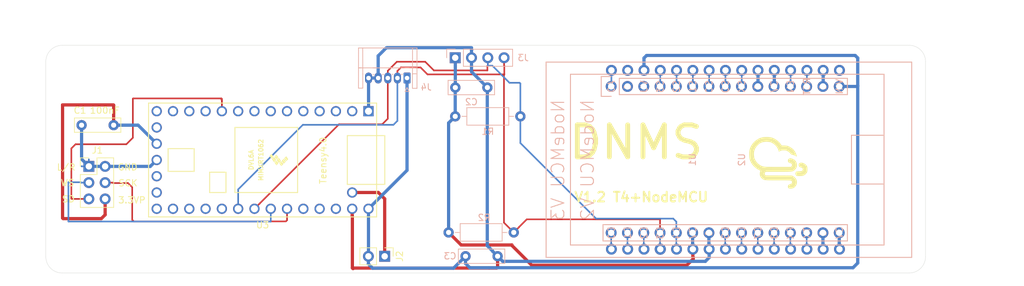
<source format=kicad_pcb>
(kicad_pcb (version 20171130) (host pcbnew "(5.1.4)-1")

  (general
    (thickness 1.6)
    (drawings 18)
    (tracks 218)
    (zones 0)
    (modules 17)
    (nets 55)
  )

  (page A4)
  (title_block
    (title "DNMS - Digital Noise Maesurement Sensor")
    (date 2019-06-09)
    (rev 0.9.0)
  )

  (layers
    (0 F.Cu signal)
    (31 B.Cu signal)
    (32 B.Adhes user)
    (33 F.Adhes user)
    (34 B.Paste user)
    (35 F.Paste user)
    (36 B.SilkS user)
    (37 F.SilkS user)
    (38 B.Mask user)
    (39 F.Mask user)
    (40 Dwgs.User user)
    (41 Cmts.User user)
    (42 Eco1.User user)
    (43 Eco2.User user)
    (44 Edge.Cuts user)
    (45 Margin user)
    (46 B.CrtYd user)
    (47 F.CrtYd user)
    (48 B.Fab user)
    (49 F.Fab user)
  )

  (setup
    (last_trace_width 0.5)
    (user_trace_width 0.5)
    (trace_clearance 0.2)
    (zone_clearance 0.508)
    (zone_45_only no)
    (trace_min 0.2)
    (via_size 0.8)
    (via_drill 0.4)
    (via_min_size 0.4)
    (via_min_drill 0.3)
    (uvia_size 0.3)
    (uvia_drill 0.1)
    (uvias_allowed no)
    (uvia_min_size 0.2)
    (uvia_min_drill 0.1)
    (edge_width 0.05)
    (segment_width 0.2)
    (pcb_text_width 0.3)
    (pcb_text_size 1.5 1.5)
    (mod_edge_width 0.12)
    (mod_text_size 1 1)
    (mod_text_width 0.15)
    (pad_size 1.524 1.524)
    (pad_drill 0.762)
    (pad_to_mask_clearance 0.051)
    (solder_mask_min_width 0.25)
    (aux_axis_origin 60.8584 94.1832)
    (visible_elements 7FFFFFFF)
    (pcbplotparams
      (layerselection 0x010fc_ffffffff)
      (usegerberextensions false)
      (usegerberattributes false)
      (usegerberadvancedattributes false)
      (creategerberjobfile false)
      (excludeedgelayer true)
      (linewidth 0.100000)
      (plotframeref false)
      (viasonmask false)
      (mode 1)
      (useauxorigin false)
      (hpglpennumber 1)
      (hpglpenspeed 20)
      (hpglpendiameter 15.000000)
      (psnegative false)
      (psa4output false)
      (plotreference true)
      (plotvalue true)
      (plotinvisibletext false)
      (padsonsilk false)
      (subtractmaskfromsilk false)
      (outputformat 1)
      (mirror false)
      (drillshape 0)
      (scaleselection 1)
      (outputdirectory "Gerber/"))
  )

  (net 0 "")
  (net 1 GND)
  (net 2 +3V3)
  (net 3 +5V)
  (net 4 SDA)
  (net 5 SCL)
  (net 6 SD)
  (net 7 WS)
  (net 8 SCK)
  (net 9 "Net-(U1-Pad5)")
  (net 10 "Net-(U1-Pad1)")
  (net 11 "Net-(U2-Pad2)")
  (net 12 "Net-(U2-Pad15)")
  (net 13 +3.3VP)
  (net 14 "Net-(J2-Pad1)")
  (net 15 "Net-(U1-Pad29)")
  (net 16 "Net-(U1-Pad28)")
  (net 17 "Net-(U1-Pad20)")
  (net 18 "Net-(U1-Pad21)")
  (net 19 "Net-(U1-Pad23)")
  (net 20 "Net-(U1-Pad22)")
  (net 21 "Net-(U1-Pad19)")
  (net 22 "Net-(U1-Pad18)")
  (net 23 "Net-(U1-Pad30)")
  (net 24 "Net-(U1-Pad13)")
  (net 25 "Net-(U1-Pad12)")
  (net 26 "Net-(U1-Pad9)")
  (net 27 "Net-(U1-Pad8)")
  (net 28 "Net-(U1-Pad7)")
  (net 29 "Net-(U1-Pad6)")
  (net 30 "Net-(U1-Pad4)")
  (net 31 "Net-(U1-Pad3)")
  (net 32 "Net-(U1-Pad2)")
  (net 33 "Net-(U3-Pad2)")
  (net 34 "Net-(U3-Pad3)")
  (net 35 "Net-(U3-Pad4)")
  (net 36 "Net-(U3-Pad5)")
  (net 37 "Net-(U3-Pad6)")
  (net 38 "Net-(U3-Pad7)")
  (net 39 "Net-(U3-Pad8)")
  (net 40 "Net-(U3-Pad9)")
  (net 41 "Net-(U3-Pad11)")
  (net 42 "Net-(U3-Pad12)")
  (net 43 "Net-(U3-Pad13)")
  (net 44 "Net-(U3-Pad30)")
  (net 45 "Net-(U3-Pad29)")
  (net 46 "Net-(U3-Pad24)")
  (net 47 "Net-(U3-Pad23)")
  (net 48 "Net-(U3-Pad22)")
  (net 49 "Net-(U3-Pad21)")
  (net 50 "Net-(U3-Pad14)")
  (net 51 "Net-(U3-Pad15)")
  (net 52 "Net-(U3-Pad20)")
  (net 53 "Net-(U3-Pad19)")
  (net 54 "Net-(U3-Pad18)")

  (net_class Default "Dies ist die voreingestellte Netzklasse."
    (clearance 0.2)
    (trace_width 0.25)
    (via_dia 0.8)
    (via_drill 0.4)
    (uvia_dia 0.3)
    (uvia_drill 0.1)
    (add_net +3.3VP)
    (add_net +3V3)
    (add_net +5V)
    (add_net GND)
    (add_net "Net-(J2-Pad1)")
    (add_net "Net-(U1-Pad1)")
    (add_net "Net-(U1-Pad12)")
    (add_net "Net-(U1-Pad13)")
    (add_net "Net-(U1-Pad18)")
    (add_net "Net-(U1-Pad19)")
    (add_net "Net-(U1-Pad2)")
    (add_net "Net-(U1-Pad20)")
    (add_net "Net-(U1-Pad21)")
    (add_net "Net-(U1-Pad22)")
    (add_net "Net-(U1-Pad23)")
    (add_net "Net-(U1-Pad28)")
    (add_net "Net-(U1-Pad29)")
    (add_net "Net-(U1-Pad3)")
    (add_net "Net-(U1-Pad30)")
    (add_net "Net-(U1-Pad4)")
    (add_net "Net-(U1-Pad5)")
    (add_net "Net-(U1-Pad6)")
    (add_net "Net-(U1-Pad7)")
    (add_net "Net-(U1-Pad8)")
    (add_net "Net-(U1-Pad9)")
    (add_net "Net-(U2-Pad15)")
    (add_net "Net-(U2-Pad2)")
    (add_net "Net-(U3-Pad11)")
    (add_net "Net-(U3-Pad12)")
    (add_net "Net-(U3-Pad13)")
    (add_net "Net-(U3-Pad14)")
    (add_net "Net-(U3-Pad15)")
    (add_net "Net-(U3-Pad18)")
    (add_net "Net-(U3-Pad19)")
    (add_net "Net-(U3-Pad2)")
    (add_net "Net-(U3-Pad20)")
    (add_net "Net-(U3-Pad21)")
    (add_net "Net-(U3-Pad22)")
    (add_net "Net-(U3-Pad23)")
    (add_net "Net-(U3-Pad24)")
    (add_net "Net-(U3-Pad29)")
    (add_net "Net-(U3-Pad3)")
    (add_net "Net-(U3-Pad30)")
    (add_net "Net-(U3-Pad4)")
    (add_net "Net-(U3-Pad5)")
    (add_net "Net-(U3-Pad6)")
    (add_net "Net-(U3-Pad7)")
    (add_net "Net-(U3-Pad8)")
    (add_net "Net-(U3-Pad9)")
    (add_net SCK)
    (add_net SCL)
    (add_net SD)
    (add_net SDA)
    (add_net WS)
  )

  (module MountingHole:MountingHole_2.7mm_M2.5 (layer F.Cu) (tedit 56D1B4CB) (tstamp 5D6D4CC6)
    (at 136.88062 59.79922)
    (descr "Mounting Hole 2.7mm, no annular, M2.5")
    (tags "mounting hole 2.7mm no annular m2.5")
    (attr virtual)
    (fp_text reference REF1 (at 0 -3.7) (layer F.Fab) hide
      (effects (font (size 1 1) (thickness 0.15)))
    )
    (fp_text value MountingHole_2.7mm_M2.5 (at 0 3.7) (layer F.Fab)
      (effects (font (size 1 1) (thickness 0.15)))
    )
    (fp_text user %R (at 0.4826 0) (layer F.Fab)
      (effects (font (size 1 1) (thickness 0.15)))
    )
    (fp_circle (center 0 0) (end 2.7 0) (layer Cmts.User) (width 0.15))
    (fp_circle (center 0 0) (end 2.95 0) (layer F.CrtYd) (width 0.05))
    (pad 1 np_thru_hole circle (at 0 0) (size 2.7 2.7) (drill 2.7) (layers *.Cu *.Mask))
  )

  (module MountingHole:MountingHole_2.7mm_M2.5 (layer F.Cu) (tedit 56D1B4CB) (tstamp 5D6D4CC6)
    (at 118.872 85.344)
    (descr "Mounting Hole 2.7mm, no annular, M2.5")
    (tags "mounting hole 2.7mm no annular m2.5")
    (attr virtual)
    (fp_text reference REF1 (at 0 -3.7) (layer F.Fab) hide
      (effects (font (size 1 1) (thickness 0.15)))
    )
    (fp_text value MountingHole_2.7mm_M2.5 (at 0 3.7) (layer F.Fab)
      (effects (font (size 1 1) (thickness 0.15)))
    )
    (fp_text user %R (at 0.4826 0) (layer F.Fab)
      (effects (font (size 1 1) (thickness 0.15)))
    )
    (fp_circle (center 0 0) (end 2.7 0) (layer Cmts.User) (width 0.15))
    (fp_circle (center 0 0) (end 2.95 0) (layer F.CrtYd) (width 0.05))
    (pad 1 np_thru_hole circle (at 0 0) (size 2.7 2.7) (drill 2.7) (layers *.Cu *.Mask))
  )

  (module MountingHole:MountingHole_2.7mm_M2.5 (layer F.Cu) (tedit 56D1B4CB) (tstamp 5D6D4CC6)
    (at 64.008 88.392)
    (descr "Mounting Hole 2.7mm, no annular, M2.5")
    (tags "mounting hole 2.7mm no annular m2.5")
    (attr virtual)
    (fp_text reference REF1 (at 0 -3.7) (layer F.Fab) hide
      (effects (font (size 1 1) (thickness 0.15)))
    )
    (fp_text value MountingHole_2.7mm_M2.5 (at 0 3.7) (layer F.Fab)
      (effects (font (size 1 1) (thickness 0.15)))
    )
    (fp_text user %R (at 0.4826 0) (layer F.Fab)
      (effects (font (size 1 1) (thickness 0.15)))
    )
    (fp_circle (center 0 0) (end 2.7 0) (layer Cmts.User) (width 0.15))
    (fp_circle (center 0 0) (end 2.95 0) (layer F.CrtYd) (width 0.05))
    (pad 1 np_thru_hole circle (at 0 0) (size 2.7 2.7) (drill 2.7) (layers *.Cu *.Mask))
  )

  (module MountingHole:MountingHole_2.7mm_M2.5 (layer F.Cu) (tedit 56D1B4CB) (tstamp 5D6D4CC6)
    (at 64.008 58.928)
    (descr "Mounting Hole 2.7mm, no annular, M2.5")
    (tags "mounting hole 2.7mm no annular m2.5")
    (attr virtual)
    (fp_text reference REF1 (at 0 -3.7) (layer F.Fab) hide
      (effects (font (size 1 1) (thickness 0.15)))
    )
    (fp_text value MountingHole_2.7mm_M2.5 (at 0 3.7) (layer F.Fab)
      (effects (font (size 1 1) (thickness 0.15)))
    )
    (fp_text user %R (at 0.4826 0) (layer F.Fab)
      (effects (font (size 1 1) (thickness 0.15)))
    )
    (fp_circle (center 0 0) (end 2.7 0) (layer Cmts.User) (width 0.15))
    (fp_circle (center 0 0) (end 2.95 0) (layer F.CrtYd) (width 0.05))
    (pad 1 np_thru_hole circle (at 0 0) (size 2.7 2.7) (drill 2.7) (layers *.Cu *.Mask))
  )

  (module "logos eigene:logo luftdaten.info" (layer F.Cu) (tedit 0) (tstamp 5D6D33C6)
    (at 175.17364 74.26706)
    (fp_text reference G*** (at 0 0) (layer F.SilkS) hide
      (effects (font (size 1.524 1.524) (thickness 0.3)))
    )
    (fp_text value LOGO (at 0.75 0) (layer F.SilkS) hide
      (effects (font (size 1.524 1.524) (thickness 0.3)))
    )
    (fp_poly (pts (xy -1.565841 -4.056015) (xy -1.317239 -4.033177) (xy -1.102881 -3.99716) (xy -0.934086 -3.949639)
      (xy -0.867104 -3.920432) (xy -0.797179 -3.887719) (xy -0.752941 -3.873703) (xy -0.752584 -3.873696)
      (xy -0.715556 -3.858675) (xy -0.637565 -3.818604) (xy -0.532343 -3.760689) (xy -0.475401 -3.72821)
      (xy -0.253398 -3.580766) (xy -0.030355 -3.398154) (xy 0.175131 -3.197431) (xy 0.34446 -2.995651)
      (xy 0.383087 -2.940949) (xy 0.519954 -2.737653) (xy 0.823539 -2.739073) (xy 1.014446 -2.733309)
      (xy 1.20223 -2.715883) (xy 1.370061 -2.689217) (xy 1.501108 -2.655731) (xy 1.553857 -2.634019)
      (xy 1.610256 -2.606371) (xy 1.69982 -2.56433) (xy 1.757984 -2.537605) (xy 1.837339 -2.494252)
      (xy 1.940192 -2.42819) (xy 2.054325 -2.348565) (xy 2.167518 -2.264525) (xy 2.267553 -2.185219)
      (xy 2.342211 -2.119793) (xy 2.379273 -2.077397) (xy 2.38125 -2.070981) (xy 2.40089 -2.033861)
      (xy 2.448955 -1.974336) (xy 2.45675 -1.965803) (xy 2.521468 -1.880933) (xy 2.597253 -1.759371)
      (xy 2.674097 -1.62) (xy 2.741994 -1.481701) (xy 2.790935 -1.363357) (xy 2.808698 -1.30175)
      (xy 2.833377 -1.203367) (xy 2.86406 -1.120519) (xy 2.864688 -1.119236) (xy 2.886783 -1.054635)
      (xy 2.867193 -1.030406) (xy 2.802934 -1.046014) (xy 2.708902 -1.091298) (xy 2.53708 -1.178586)
      (xy 2.398713 -1.237767) (xy 2.274544 -1.27614) (xy 2.162556 -1.29836) (xy 2.041375 -1.327808)
      (xy 1.966039 -1.374101) (xy 1.94397 -1.400486) (xy 1.810212 -1.570327) (xy 1.660971 -1.709484)
      (xy 1.480606 -1.83019) (xy 1.253473 -1.944683) (xy 1.241223 -1.950189) (xy 1.17739 -1.964837)
      (xy 1.068048 -1.976347) (xy 0.931167 -1.983173) (xy 0.844348 -1.984375) (xy 0.670975 -1.980877)
      (xy 0.537741 -1.96662) (xy 0.421488 -1.935964) (xy 0.29906 -1.883267) (xy 0.185601 -1.823898)
      (xy 0.114318 -1.787958) (xy 0.079266 -1.790568) (xy 0.061894 -1.8412) (xy 0.053405 -1.891403)
      (xy 0.01843 -2.014279) (xy -0.047127 -2.167826) (xy -0.133581 -2.333613) (xy -0.231245 -2.493214)
      (xy -0.330431 -2.6282) (xy -0.339618 -2.639117) (xy -0.510617 -2.816014) (xy -0.702193 -2.975248)
      (xy -0.894285 -3.100954) (xy -0.976772 -3.142915) (xy -1.07413 -3.187951) (xy -1.153631 -3.226032)
      (xy -1.180027 -3.239382) (xy -1.280464 -3.274188) (xy -1.42871 -3.301735) (xy -1.609323 -3.320406)
      (xy -1.806865 -3.328584) (xy -1.997896 -3.325072) (xy -2.305222 -3.290357) (xy -2.576341 -3.216353)
      (xy -2.828832 -3.097527) (xy -2.940375 -3.028412) (xy -3.061828 -2.935862) (xy -3.194129 -2.815978)
      (xy -3.322256 -2.684331) (xy -3.431189 -2.556494) (xy -3.505907 -2.448037) (xy -3.513079 -2.434708)
      (xy -3.552731 -2.363105) (xy -3.582016 -2.320158) (xy -3.584541 -2.31775) (xy -3.610798 -2.275609)
      (xy -3.64871 -2.190338) (xy -3.691605 -2.079605) (xy -3.732813 -1.961079) (xy -3.765663 -1.852429)
      (xy -3.776329 -1.80975) (xy -3.795904 -1.679014) (xy -3.805599 -1.516921) (xy -3.806202 -1.338013)
      (xy -3.798498 -1.156836) (xy -3.783273 -0.987934) (xy -3.761314 -0.845849) (xy -3.733405 -0.745126)
      (xy -3.717138 -0.714375) (xy -3.690876 -0.665198) (xy -3.656907 -0.585669) (xy -3.651436 -0.5715)
      (xy -3.540224 -0.350186) (xy -3.380036 -0.129409) (xy -3.183927 0.076703) (xy -2.964951 0.254024)
      (xy -2.788576 0.36226) (xy -2.700445 0.408342) (xy -2.620261 0.44814) (xy -2.542816 0.482114)
      (xy -2.462902 0.510726) (xy -2.375312 0.534436) (xy -2.27484 0.553704) (xy -2.156276 0.568992)
      (xy -2.014414 0.580759) (xy -1.844047 0.589466) (xy -1.639966 0.595575) (xy -1.396965 0.599545)
      (xy -1.109836 0.601837) (xy -0.773371 0.602912) (xy -0.382364 0.60323) (xy -0.064116 0.60325)
      (xy 1.959227 0.60325) (xy 2.043238 0.525391) (xy 2.101492 0.453931) (xy 2.124914 0.366812)
      (xy 2.12725 0.308675) (xy 2.104708 0.17746) (xy 2.034799 0.08526) (xy 1.914092 0.028537)
      (xy 1.841143 0.013471) (xy 1.683199 -0.04006) (xy 1.595437 -0.10547) (xy 1.531721 -0.174535)
      (xy 1.501541 -0.241854) (xy 1.493322 -0.336666) (xy 1.493306 -0.363416) (xy 1.510159 -0.504076)
      (xy 1.565616 -0.6062) (xy 1.67029 -0.686096) (xy 1.719859 -0.711514) (xy 1.781224 -0.737778)
      (xy 1.835582 -0.748651) (xy 1.902144 -0.743714) (xy 2.00012 -0.722548) (xy 2.074565 -0.703785)
      (xy 2.333759 -0.610198) (xy 2.545053 -0.475379) (xy 2.707162 -0.300966) (xy 2.818799 -0.088597)
      (xy 2.878679 0.160088) (xy 2.88925 0.334133) (xy 2.885967 0.457824) (xy 2.877226 0.555527)
      (xy 2.864688 0.611179) (xy 2.859942 0.617615) (xy 2.83227 0.659272) (xy 2.811117 0.724594)
      (xy 2.771092 0.81351) (xy 2.692742 0.922665) (xy 2.590162 1.03646) (xy 2.477445 1.139293)
      (xy 2.368687 1.215565) (xy 2.366352 1.216878) (xy 2.311647 1.246207) (xy 2.256877 1.271398)
      (xy 2.196981 1.292768) (xy 2.126896 1.310628) (xy 2.041559 1.325293) (xy 1.935909 1.337076)
      (xy 1.804881 1.346291) (xy 1.643414 1.353251) (xy 1.446444 1.358271) (xy 1.208911 1.361663)
      (xy 0.92575 1.363742) (xy 0.591899 1.36482) (xy 0.202297 1.365213) (xy -0.028677 1.36525)
      (xy -1.959228 1.36525) (xy -2.043239 1.443108) (xy -2.109953 1.544723) (xy -2.128818 1.668151)
      (xy -2.098854 1.792361) (xy -2.062309 1.851995) (xy -1.997368 1.934555) (xy 0.057003 1.94359)
      (xy 2.111375 1.952625) (xy 2.309076 2.059087) (xy 2.526516 2.207762) (xy 2.695536 2.388592)
      (xy 2.81486 2.593483) (xy 2.883212 2.81434) (xy 2.899316 3.043068) (xy 2.861895 3.271571)
      (xy 2.769673 3.491756) (xy 2.621373 3.695527) (xy 2.574675 3.74365) (xy 2.416079 3.871883)
      (xy 2.245211 3.9531) (xy 2.045842 3.993382) (xy 1.889409 4.0005) (xy 1.767311 3.998186)
      (xy 1.688915 3.987488) (xy 1.634481 3.962769) (xy 1.58427 3.918391) (xy 1.577565 3.91145)
      (xy 1.522319 3.839521) (xy 1.497264 3.75818) (xy 1.49225 3.66339) (xy 1.511236 3.528784)
      (xy 1.572601 3.426203) (xy 1.682949 3.348851) (xy 1.848886 3.289931) (xy 1.857375 3.287706)
      (xy 1.965206 3.253029) (xy 2.050309 3.213518) (xy 2.087562 3.184724) (xy 2.115913 3.109006)
      (xy 2.12617 3.002284) (xy 2.11761 2.894634) (xy 2.09617 2.827002) (xy 2.079926 2.801369)
      (xy 2.057568 2.779392) (xy 2.024417 2.76079) (xy 1.975794 2.745282) (xy 1.90702 2.73259)
      (xy 1.813416 2.722432) (xy 1.690303 2.714528) (xy 1.533001 2.708598) (xy 1.336833 2.704363)
      (xy 1.097118 2.701541) (xy 0.809179 2.699853) (xy 0.468335 2.699019) (xy 0.069908 2.698758)
      (xy -0.045693 2.69875) (xy -0.469082 2.698649) (xy -0.83396 2.698054) (xy -1.145318 2.696521)
      (xy -1.408144 2.693608) (xy -1.627428 2.688871) (xy -1.80816 2.681868) (xy -1.95533 2.672157)
      (xy -2.073925 2.659294) (xy -2.168937 2.642837) (xy -2.245355 2.622343) (xy -2.308168 2.59737)
      (xy -2.362366 2.567475) (xy -2.412938 2.532215) (xy -2.464874 2.491148) (xy -2.474579 2.483246)
      (xy -2.614241 2.361804) (xy -2.709305 2.258787) (xy -2.770444 2.161354) (xy -2.796862 2.0955)
      (xy -2.828424 2.013607) (xy -2.857924 1.958363) (xy -2.861336 1.954212) (xy -2.879525 1.901053)
      (xy -2.888546 1.803403) (xy -2.889017 1.679513) (xy -2.881557 1.547632) (xy -2.866785 1.426013)
      (xy -2.84532 1.332905) (xy -2.839766 1.31807) (xy -2.811001 1.242515) (xy -2.799149 1.19737)
      (xy -2.800078 1.192684) (xy -2.832012 1.176786) (xy -2.903897 1.143195) (xy -2.968625 1.113552)
      (xy -3.223259 0.977037) (xy -3.477749 0.802989) (xy -3.716669 0.604248) (xy -3.924595 0.393653)
      (xy -4.086103 0.184045) (xy -4.087065 0.182563) (xy -4.140394 0.102043) (xy -4.179727 0.045836)
      (xy -4.191025 0.03175) (xy -4.212073 -0.003151) (xy -4.251075 -0.078989) (xy -4.297335 -0.174625)
      (xy -4.348713 -0.282521) (xy -4.39312 -0.373902) (xy -4.418163 -0.423598) (xy -4.45749 -0.53336)
      (xy -4.489841 -0.693235) (xy -4.514613 -0.890157) (xy -4.531199 -1.111059) (xy -4.538996 -1.342876)
      (xy -4.537398 -1.57254) (xy -4.5258 -1.786987) (xy -4.503598 -1.973148) (xy -4.492623 -2.03201)
      (xy -4.388724 -2.376927) (xy -4.227775 -2.709983) (xy -4.016081 -3.023636) (xy -3.759947 -3.31034)
      (xy -3.465675 -3.562553) (xy -3.139572 -3.77273) (xy -2.964491 -3.86064) (xy -2.746098 -3.947217)
      (xy -2.521146 -4.007765) (xy -2.27381 -4.045139) (xy -1.988269 -4.062193) (xy -1.837369 -4.064001)
      (xy -1.565841 -4.056015)) (layer F.SilkS) (width 0.01))
    (fp_poly (pts (xy 3.755629 -0.03606) (xy 3.871683 0.002212) (xy 4.097614 0.110327) (xy 4.27774 0.249729)
      (xy 4.426716 0.4323) (xy 4.453253 0.473728) (xy 4.487682 0.540871) (xy 4.51058 0.619788)
      (xy 4.525016 0.726784) (xy 4.53406 0.878168) (xy 4.535286 0.909596) (xy 4.537266 1.113001)
      (xy 4.523232 1.270547) (xy 4.488965 1.398772) (xy 4.430247 1.514211) (xy 4.354285 1.61925)
      (xy 4.273477 1.716965) (xy 4.206338 1.784904) (xy 4.131735 1.840592) (xy 4.028534 1.901555)
      (xy 3.984625 1.925804) (xy 3.916944 1.960762) (xy 3.854035 1.985235) (xy 3.782166 2.001411)
      (xy 3.687606 2.011476) (xy 3.556626 2.017619) (xy 3.381375 2.021907) (xy 3.214459 2.023229)
      (xy 3.065978 2.020556) (xy 2.949677 2.014413) (xy 2.879303 2.005325) (xy 2.869822 2.002375)
      (xy 2.766293 1.926587) (xy 2.696847 1.812856) (xy 2.665267 1.679046) (xy 2.675339 1.54302)
      (xy 2.730848 1.422644) (xy 2.743613 1.406707) (xy 2.779182 1.368688) (xy 2.817056 1.342664)
      (xy 2.870169 1.325585) (xy 2.951458 1.314403) (xy 3.073859 1.306066) (xy 3.196051 1.300052)
      (xy 3.411253 1.285932) (xy 3.570859 1.263741) (xy 3.682656 1.229282) (xy 3.754431 1.178355)
      (xy 3.793968 1.106763) (xy 3.809054 1.010307) (xy 3.81 0.969019) (xy 3.783001 0.849033)
      (xy 3.711114 0.755944) (xy 3.608001 0.704322) (xy 3.556326 0.6985) (xy 3.456787 0.680598)
      (xy 3.37232 0.64295) (xy 3.261692 0.556816) (xy 3.20078 0.464004) (xy 3.177515 0.343179)
      (xy 3.176056 0.295999) (xy 3.179689 0.19416) (xy 3.200443 0.128176) (xy 3.250616 0.070586)
      (xy 3.293359 0.034061) (xy 3.424075 -0.040845) (xy 3.575947 -0.064097) (xy 3.755629 -0.03606)) (layer F.SilkS) (width 0.01))
  )

  (module Connector_JST_ZH:JST_ZH_S5B-EH_1x05_P1.50mm_Horizontal (layer B.Cu) (tedit 5D0E8DC7) (tstamp 5D6C514F)
    (at 117.27688 60.99048 180)
    (descr "JST EH series connector, S5B-EH (http://www.jst-mfg.com/product/pdf/eng/eEH.pdf), generated with kicad-footprint-generator")
    (tags "connector JST EH horizontal")
    (path /5D6BEE85)
    (fp_text reference J4 (at -2.98196 -1.43002) (layer B.SilkS)
      (effects (font (size 1 1) (thickness 0.15)) (justify mirror))
    )
    (fp_text value Conn_01x05 (at 5 -2.7) (layer B.Fab)
      (effects (font (size 1 1) (thickness 0.15)) (justify mirror))
    )
    (fp_text user %R (at 2.94 2.78) (layer B.Fab)
      (effects (font (size 1 1) (thickness 0.15)) (justify mirror))
    )
    (fp_line (start 0 1.407107) (end 0.5 0.7) (layer B.Fab) (width 0.1))
    (fp_line (start -0.5 0.7) (end 0 1.407107) (layer B.Fab) (width 0.1))
    (fp_line (start 0.3 -2.1) (end 0 -1.5) (layer B.SilkS) (width 0.12))
    (fp_line (start -0.3 -2.1) (end 0.3 -2.1) (layer B.SilkS) (width 0.12))
    (fp_line (start 0 -1.5) (end -0.3 -2.1) (layer B.SilkS) (width 0.12))
    (fp_line (start 5.15 0.54) (end 5.31 0.54) (layer B.SilkS) (width 0.12))
    (fp_line (start 7.5 1.59) (end 7.18 1.59) (layer B.SilkS) (width 0.12))
    (fp_line (start 3.66 0.56) (end 3.82 0.56) (layer B.SilkS) (width 0.12))
    (fp_line (start 5.32 1.59) (end 5 1.59) (layer B.SilkS) (width 0.12))
    (fp_line (start 5 1.59) (end 4.68 1.59) (layer B.SilkS) (width 0.12))
    (fp_line (start 2.18 0.58) (end 2.34 0.58) (layer B.SilkS) (width 0.12))
    (fp_line (start 2.82 1.59) (end 2.5 1.59) (layer B.SilkS) (width 0.12))
    (fp_line (start 2.5 1.59) (end 2.18 1.59) (layer B.SilkS) (width 0.12))
    (fp_line (start 0.7 0.58) (end 0.88 0.58) (layer B.SilkS) (width 0.12))
    (fp_line (start 0.32 1.59) (end 0 1.59) (layer B.SilkS) (width 0.12))
    (fp_line (start 0 1.59) (end -0.32 1.59) (layer B.SilkS) (width 0.12))
    (fp_line (start -1.39 1.59) (end 7.56 1.59) (layer B.SilkS) (width 0.12))
    (fp_line (start 6.91 4.69) (end 6.9 0.62) (layer B.SilkS) (width 0.12))
    (fp_line (start -0.89 0.67) (end -1.53 0.67) (layer B.SilkS) (width 0.12))
    (fp_line (start -0.86 4.67) (end -0.86 0.6) (layer B.SilkS) (width 0.12))
    (fp_line (start 6.9 -1.54) (end 6.9 0.66) (layer B.SilkS) (width 0.12))
    (fp_line (start 7.55 -1.58) (end 6.9 -1.58) (layer B.SilkS) (width 0.12))
    (fp_line (start 7.56 4.69) (end 7.57 -1.58) (layer B.SilkS) (width 0.12))
    (fp_line (start -1.56 4.69) (end 7.56 4.69) (layer B.SilkS) (width 0.12))
    (fp_line (start -1.55 -1.6) (end -1.55 4.69) (layer B.SilkS) (width 0.12))
    (fp_line (start -0.84 -1.61) (end -1.55 -1.61) (layer B.SilkS) (width 0.12))
    (fp_line (start -0.84 0.64) (end -0.84 -1.56) (layer B.SilkS) (width 0.12))
    (fp_line (start 7.96 4.98) (end -1.93 4.98) (layer B.CrtYd) (width 0.05))
    (fp_line (start 7.95 -1.98) (end 7.96 4.98) (layer B.CrtYd) (width 0.05))
    (fp_line (start -1.93 -1.99) (end 7.95 -1.99) (layer B.CrtYd) (width 0.05))
    (fp_line (start -1.93 4.98) (end -1.93 -1.99) (layer B.CrtYd) (width 0.05))
    (fp_line (start 7.48 0.69) (end -1.5 0.7) (layer B.Fab) (width 0.1))
    (fp_line (start 6.98 -1.52) (end 6.98 0.68) (layer B.Fab) (width 0.1))
    (fp_line (start 7.46 -1.54) (end 7.01 -1.54) (layer B.Fab) (width 0.1))
    (fp_line (start 7.48 4.61) (end 7.49 -1.51) (layer B.Fab) (width 0.1))
    (fp_line (start -1.44 4.59) (end 7.48 4.59) (layer B.Fab) (width 0.1))
    (fp_line (start -1.48 -1.49) (end -1.48 4.59) (layer B.Fab) (width 0.1))
    (fp_line (start -0.93 -1.53) (end -1.44 -1.53) (layer B.Fab) (width 0.1))
    (fp_line (start -0.93 0.67) (end -0.93 -1.53) (layer B.Fab) (width 0.1))
    (pad 5 thru_hole oval (at 6 0 180) (size 1.1 1.7) (drill 0.7) (layers *.Cu *.Mask)
      (net 1 GND))
    (pad 4 thru_hole oval (at 4.5 0 180) (size 1.1 1.7) (drill 0.7) (layers *.Cu *.Mask)
      (net 1 GND))
    (pad 3 thru_hole oval (at 3 0 180) (size 1.1 1.7) (drill 0.7) (layers *.Cu *.Mask)
      (net 5 SCL))
    (pad 2 thru_hole oval (at 1.5 0 180) (size 1.1 1.7) (drill 0.7) (layers *.Cu *.Mask)
      (net 4 SDA))
    (pad 1 thru_hole roundrect (at 0 0 180) (size 1.1 1.7) (drill 0.7) (layers *.Cu *.Mask) (roundrect_rratio 0.147)
      (net 3 +5V))
    (model ${KIPRJMOD}/Connector_JST_ZH_3d/JST_ZH_S5B-EH_1x05_P1.50mm_Horizontal.wrl
      (offset (xyz 12.2 -2.5 3.5))
      (scale (xyz 0.4 0.4 0.4))
      (rotate (xyz -90 0 180))
    )
  )

  (module Capacitor_THT:C_Rect_L7.0mm_W2.0mm_P5.00mm (layer B.Cu) (tedit 5AE50EF0) (tstamp 5D6C5097)
    (at 126.39802 88.8238)
    (descr "C, Rect series, Radial, pin pitch=5.00mm, , length*width=7*2mm^2, Capacitor")
    (tags "C Rect series Radial pin pitch 5.00mm  length 7mm width 2mm Capacitor")
    (path /5CFC928F)
    (fp_text reference C3 (at -2.413 -0.02794) (layer B.SilkS)
      (effects (font (size 1 1) (thickness 0.15)) (justify mirror))
    )
    (fp_text value 100nF (at 2.5 -2.25) (layer B.Fab)
      (effects (font (size 1 1) (thickness 0.15)) (justify mirror))
    )
    (fp_text user %R (at 2.5 0) (layer B.Fab)
      (effects (font (size 1 1) (thickness 0.15)) (justify mirror))
    )
    (fp_line (start 6.25 1.25) (end -1.25 1.25) (layer B.CrtYd) (width 0.05))
    (fp_line (start 6.25 -1.25) (end 6.25 1.25) (layer B.CrtYd) (width 0.05))
    (fp_line (start -1.25 -1.25) (end 6.25 -1.25) (layer B.CrtYd) (width 0.05))
    (fp_line (start -1.25 1.25) (end -1.25 -1.25) (layer B.CrtYd) (width 0.05))
    (fp_line (start 6.12 1.12) (end 6.12 -1.12) (layer B.SilkS) (width 0.12))
    (fp_line (start -1.12 1.12) (end -1.12 -1.12) (layer B.SilkS) (width 0.12))
    (fp_line (start -1.12 -1.12) (end 6.12 -1.12) (layer B.SilkS) (width 0.12))
    (fp_line (start -1.12 1.12) (end 6.12 1.12) (layer B.SilkS) (width 0.12))
    (fp_line (start 6 1) (end -1 1) (layer B.Fab) (width 0.1))
    (fp_line (start 6 -1) (end 6 1) (layer B.Fab) (width 0.1))
    (fp_line (start -1 -1) (end 6 -1) (layer B.Fab) (width 0.1))
    (fp_line (start -1 1) (end -1 -1) (layer B.Fab) (width 0.1))
    (pad 2 thru_hole circle (at 5 0) (size 1.6 1.6) (drill 0.8) (layers *.Cu *.Mask)
      (net 1 GND))
    (pad 1 thru_hole circle (at 0 0) (size 1.6 1.6) (drill 0.8) (layers *.Cu *.Mask)
      (net 3 +5V))
    (model ${KISYS3DMOD}/Capacitor_THT.3dshapes/C_Rect_L7.0mm_W2.0mm_P5.00mm.wrl
      (at (xyz 0 0 0))
      (scale (xyz 1 1 1))
      (rotate (xyz 0 0 0))
    )
  )

  (module Capacitor_THT:C_Rect_L7.0mm_W2.0mm_P5.00mm (layer B.Cu) (tedit 5AE50EF0) (tstamp 5D6C5080)
    (at 124.80544 62.47638)
    (descr "C, Rect series, Radial, pin pitch=5.00mm, , length*width=7*2mm^2, Capacitor")
    (tags "C Rect series Radial pin pitch 5.00mm  length 7mm width 2mm Capacitor")
    (path /5D6C86C9)
    (fp_text reference C2 (at 2.5 2.25) (layer B.SilkS)
      (effects (font (size 1 1) (thickness 0.15)) (justify mirror))
    )
    (fp_text value 100nF (at 2.5 -2.25) (layer B.Fab)
      (effects (font (size 1 1) (thickness 0.15)) (justify mirror))
    )
    (fp_text user %R (at 2.5 0) (layer B.Fab)
      (effects (font (size 1 1) (thickness 0.15)) (justify mirror))
    )
    (fp_line (start 6.25 1.25) (end -1.25 1.25) (layer B.CrtYd) (width 0.05))
    (fp_line (start 6.25 -1.25) (end 6.25 1.25) (layer B.CrtYd) (width 0.05))
    (fp_line (start -1.25 -1.25) (end 6.25 -1.25) (layer B.CrtYd) (width 0.05))
    (fp_line (start -1.25 1.25) (end -1.25 -1.25) (layer B.CrtYd) (width 0.05))
    (fp_line (start 6.12 1.12) (end 6.12 -1.12) (layer B.SilkS) (width 0.12))
    (fp_line (start -1.12 1.12) (end -1.12 -1.12) (layer B.SilkS) (width 0.12))
    (fp_line (start -1.12 -1.12) (end 6.12 -1.12) (layer B.SilkS) (width 0.12))
    (fp_line (start -1.12 1.12) (end 6.12 1.12) (layer B.SilkS) (width 0.12))
    (fp_line (start 6 1) (end -1 1) (layer B.Fab) (width 0.1))
    (fp_line (start 6 -1) (end 6 1) (layer B.Fab) (width 0.1))
    (fp_line (start -1 -1) (end 6 -1) (layer B.Fab) (width 0.1))
    (fp_line (start -1 1) (end -1 -1) (layer B.Fab) (width 0.1))
    (pad 2 thru_hole circle (at 5 0) (size 1.6 1.6) (drill 0.8) (layers *.Cu *.Mask)
      (net 1 GND))
    (pad 1 thru_hole circle (at 0 0) (size 1.6 1.6) (drill 0.8) (layers *.Cu *.Mask)
      (net 2 +3V3))
    (model ${KISYS3DMOD}/Capacitor_THT.3dshapes/C_Rect_L7.0mm_W2.0mm_P5.00mm.wrl
      (at (xyz 0 0 0))
      (scale (xyz 1 1 1))
      (rotate (xyz 0 0 0))
    )
  )

  (module Capacitor_THT:C_Rect_L7.0mm_W2.0mm_P5.00mm (layer F.Cu) (tedit 5AE50EF0) (tstamp 5D6C5069)
    (at 71.53148 68.3514 180)
    (descr "C, Rect series, Radial, pin pitch=5.00mm, , length*width=7*2mm^2, Capacitor")
    (tags "C Rect series Radial pin pitch 5.00mm  length 7mm width 2mm Capacitor")
    (path /5D6D4B7C)
    (fp_text reference C1 (at 5.2451 2.2987) (layer F.SilkS)
      (effects (font (size 1 1) (thickness 0.15)))
    )
    (fp_text value 100nF (at 1.38176 2.2987) (layer F.SilkS)
      (effects (font (size 1 1) (thickness 0.15)))
    )
    (fp_text user %R (at 2.5 0) (layer F.Fab)
      (effects (font (size 1 1) (thickness 0.15)))
    )
    (fp_line (start 6.25 -1.25) (end -1.25 -1.25) (layer F.CrtYd) (width 0.05))
    (fp_line (start 6.25 1.25) (end 6.25 -1.25) (layer F.CrtYd) (width 0.05))
    (fp_line (start -1.25 1.25) (end 6.25 1.25) (layer F.CrtYd) (width 0.05))
    (fp_line (start -1.25 -1.25) (end -1.25 1.25) (layer F.CrtYd) (width 0.05))
    (fp_line (start 6.12 -1.12) (end 6.12 1.12) (layer F.SilkS) (width 0.12))
    (fp_line (start -1.12 -1.12) (end -1.12 1.12) (layer F.SilkS) (width 0.12))
    (fp_line (start -1.12 1.12) (end 6.12 1.12) (layer F.SilkS) (width 0.12))
    (fp_line (start -1.12 -1.12) (end 6.12 -1.12) (layer F.SilkS) (width 0.12))
    (fp_line (start 6 -1) (end -1 -1) (layer F.Fab) (width 0.1))
    (fp_line (start 6 1) (end 6 -1) (layer F.Fab) (width 0.1))
    (fp_line (start -1 1) (end 6 1) (layer F.Fab) (width 0.1))
    (fp_line (start -1 -1) (end -1 1) (layer F.Fab) (width 0.1))
    (pad 2 thru_hole circle (at 5 0 180) (size 1.6 1.6) (drill 0.8) (layers *.Cu *.Mask)
      (net 1 GND))
    (pad 1 thru_hole circle (at 0 0 180) (size 1.6 1.6) (drill 0.8) (layers *.Cu *.Mask)
      (net 13 +3.3VP))
    (model ${KISYS3DMOD}/Capacitor_THT.3dshapes/C_Rect_L7.0mm_W2.0mm_P5.00mm.wrl
      (at (xyz 0 0 0))
      (scale (xyz 1 1 1))
      (rotate (xyz 0 0 0))
    )
  )

  (module Connector_PinHeader_2.54mm:PinHeader_2x03_P2.54mm_Vertical (layer F.Cu) (tedit 59FED5CC) (tstamp 5D6C50F0)
    (at 67.6656 74.7903)
    (descr "Through hole straight pin header, 2x03, 2.54mm pitch, double rows")
    (tags "Through hole pin header THT 2x03 2.54mm double row")
    (path /5D6EB3F6)
    (fp_text reference J1 (at 1.33096 -2.51968) (layer F.SilkS)
      (effects (font (size 1 1) (thickness 0.15)))
    )
    (fp_text value Conn_2Rows-07Pins (at 1.27 7.41) (layer F.Fab)
      (effects (font (size 1 1) (thickness 0.15)))
    )
    (fp_text user %R (at 1.27 2.54 90) (layer F.Fab)
      (effects (font (size 1 1) (thickness 0.15)))
    )
    (fp_line (start 4.35 -1.8) (end -1.8 -1.8) (layer F.CrtYd) (width 0.05))
    (fp_line (start 4.35 6.85) (end 4.35 -1.8) (layer F.CrtYd) (width 0.05))
    (fp_line (start -1.8 6.85) (end 4.35 6.85) (layer F.CrtYd) (width 0.05))
    (fp_line (start -1.8 -1.8) (end -1.8 6.85) (layer F.CrtYd) (width 0.05))
    (fp_line (start -1.33 -1.33) (end 0 -1.33) (layer F.SilkS) (width 0.12))
    (fp_line (start -1.33 0) (end -1.33 -1.33) (layer F.SilkS) (width 0.12))
    (fp_line (start 1.27 -1.33) (end 3.87 -1.33) (layer F.SilkS) (width 0.12))
    (fp_line (start 1.27 1.27) (end 1.27 -1.33) (layer F.SilkS) (width 0.12))
    (fp_line (start -1.33 1.27) (end 1.27 1.27) (layer F.SilkS) (width 0.12))
    (fp_line (start 3.87 -1.33) (end 3.87 6.41) (layer F.SilkS) (width 0.12))
    (fp_line (start -1.33 1.27) (end -1.33 6.41) (layer F.SilkS) (width 0.12))
    (fp_line (start -1.33 6.41) (end 3.87 6.41) (layer F.SilkS) (width 0.12))
    (fp_line (start -1.27 0) (end 0 -1.27) (layer F.Fab) (width 0.1))
    (fp_line (start -1.27 6.35) (end -1.27 0) (layer F.Fab) (width 0.1))
    (fp_line (start 3.81 6.35) (end -1.27 6.35) (layer F.Fab) (width 0.1))
    (fp_line (start 3.81 -1.27) (end 3.81 6.35) (layer F.Fab) (width 0.1))
    (fp_line (start 0 -1.27) (end 3.81 -1.27) (layer F.Fab) (width 0.1))
    (pad 6 thru_hole oval (at 2.54 5.08) (size 1.7 1.7) (drill 1) (layers *.Cu *.Mask)
      (net 13 +3.3VP))
    (pad 5 thru_hole oval (at 0 5.08) (size 1.7 1.7) (drill 1) (layers *.Cu *.Mask)
      (net 6 SD))
    (pad 4 thru_hole oval (at 2.54 2.54) (size 1.7 1.7) (drill 1) (layers *.Cu *.Mask)
      (net 8 SCK))
    (pad 3 thru_hole oval (at 0 2.54) (size 1.7 1.7) (drill 1) (layers *.Cu *.Mask)
      (net 7 WS))
    (pad 2 thru_hole oval (at 2.54 0) (size 1.7 1.7) (drill 1) (layers *.Cu *.Mask)
      (net 1 GND))
    (pad 1 thru_hole rect (at 0 0) (size 1.7 1.7) (drill 1) (layers *.Cu *.Mask)
      (net 1 GND))
    (model ${KISYS3DMOD}/Connector_PinHeader_2.54mm.3dshapes/PinHeader_2x03_P2.54mm_Vertical.wrl
      (at (xyz 0 0 0))
      (scale (xyz 1 1 1))
      (rotate (xyz 0 0 0))
    )
  )

  (module Teensy:Teensy40 (layer F.Cu) (tedit 5D521536) (tstamp 5D6C523C)
    (at 94.75724 73.7915 180)
    (path /5D6BB5CC)
    (fp_text reference U3 (at 0 -10.16) (layer F.SilkS)
      (effects (font (size 1 1) (thickness 0.15)))
    )
    (fp_text value Teensy4.0 (at -9.42848 -0.07932 90) (layer F.SilkS)
      (effects (font (size 1 1) (thickness 0.15)))
    )
    (fp_text user DVL6A (at 1.778 0 90) (layer F.SilkS)
      (effects (font (size 0.7 0.7) (thickness 0.15)))
    )
    (fp_poly (pts (xy -3.937 0.127) (xy -3.683 -0.127) (xy -3.429 0.254) (xy -3.683 0.508)) (layer F.SilkS) (width 0.1))
    (fp_poly (pts (xy -3.556 -0.254) (xy -3.302 -0.508) (xy -3.048 -0.127) (xy -3.302 0.127)) (layer F.SilkS) (width 0.1))
    (fp_poly (pts (xy -1.651 0.508) (xy -1.397 0.254) (xy -1.143 0.635) (xy -1.397 0.889)) (layer F.SilkS) (width 0.1))
    (fp_poly (pts (xy -2.032 0) (xy -1.778 -0.254) (xy -1.524 0.127) (xy -1.778 0.381)) (layer F.SilkS) (width 0.1))
    (fp_poly (pts (xy -2.413 -0.508) (xy -2.159 -0.762) (xy -1.905 -0.381) (xy -2.159 -0.127)) (layer F.SilkS) (width 0.1))
    (fp_poly (pts (xy -2.413 0.381) (xy -2.159 0.127) (xy -1.905 0.508) (xy -2.159 0.762)) (layer F.SilkS) (width 0.1))
    (fp_poly (pts (xy -2.794 -0.127) (xy -2.54 -0.381) (xy -2.286 0) (xy -2.54 0.254)) (layer F.SilkS) (width 0.1))
    (fp_poly (pts (xy -3.175 -0.635) (xy -2.921 -0.889) (xy -2.667 -0.508) (xy -2.921 -0.254)) (layer F.SilkS) (width 0.1))
    (fp_text user MIMXRT1062 (at 0.254 0 90) (layer F.SilkS)
      (effects (font (size 0.7 0.7) (thickness 0.15)))
    )
    (fp_line (start 5.715 -1.905) (end 5.715 -5.08) (layer F.SilkS) (width 0.15))
    (fp_line (start 8.255 -1.905) (end 5.715 -1.905) (layer F.SilkS) (width 0.15))
    (fp_line (start 8.255 -5.08) (end 8.255 -1.905) (layer F.SilkS) (width 0.15))
    (fp_line (start 5.715 -5.08) (end 8.255 -5.08) (layer F.SilkS) (width 0.15))
    (fp_line (start -17.78 8.89) (end -17.78 -8.89) (layer F.SilkS) (width 0.15))
    (fp_line (start 17.78 8.89) (end -17.78 8.89) (layer F.SilkS) (width 0.15))
    (fp_line (start 17.78 -8.89) (end 17.78 8.89) (layer F.SilkS) (width 0.15))
    (fp_line (start -17.78 -8.89) (end 17.78 -8.89) (layer F.SilkS) (width 0.15))
    (fp_line (start 4.318 5.08) (end -5.461 5.08) (layer F.SilkS) (width 0.15))
    (fp_line (start 4.318 -5.08) (end -5.461 -5.08) (layer F.SilkS) (width 0.15))
    (fp_line (start -5.461 -5.08) (end -5.461 5.08) (layer F.SilkS) (width 0.15))
    (fp_line (start 4.318 5.08) (end 4.318 -5.08) (layer F.SilkS) (width 0.15))
    (fp_line (start 10.668 -1.778) (end 14.732 -1.778) (layer F.SilkS) (width 0.15))
    (fp_line (start 10.668 1.778) (end 10.668 -1.778) (layer F.SilkS) (width 0.15))
    (fp_line (start 14.732 1.778) (end 10.668 1.778) (layer F.SilkS) (width 0.15))
    (fp_line (start 14.732 -1.778) (end 14.732 1.778) (layer F.SilkS) (width 0.15))
    (fp_line (start -13.208 3.81) (end -17.78 3.81) (layer F.SilkS) (width 0.15))
    (fp_line (start -13.208 -3.81) (end -17.78 -3.81) (layer F.SilkS) (width 0.15))
    (fp_line (start -13.208 3.81) (end -13.208 -3.81) (layer F.SilkS) (width 0.15))
    (fp_line (start -19.05 -3.81) (end -17.78 -3.81) (layer F.SilkS) (width 0.15))
    (fp_line (start -19.05 3.81) (end -19.05 -3.81) (layer F.SilkS) (width 0.15))
    (fp_line (start -17.78 3.81) (end -19.05 3.81) (layer F.SilkS) (width 0.15))
    (pad 1 thru_hole rect (at -16.51 7.62 180) (size 1.6 1.6) (drill 1.1) (layers *.Cu *.Mask)
      (net 1 GND))
    (pad 2 thru_hole circle (at -13.97 7.62 180) (size 1.6 1.6) (drill 1.1) (layers *.Cu *.Mask)
      (net 33 "Net-(U3-Pad2)"))
    (pad 3 thru_hole circle (at -11.43 7.62 180) (size 1.6 1.6) (drill 1.1) (layers *.Cu *.Mask)
      (net 34 "Net-(U3-Pad3)"))
    (pad 4 thru_hole circle (at -8.89 7.62 180) (size 1.6 1.6) (drill 1.1) (layers *.Cu *.Mask)
      (net 35 "Net-(U3-Pad4)"))
    (pad 5 thru_hole circle (at -6.35 7.62 180) (size 1.6 1.6) (drill 1.1) (layers *.Cu *.Mask)
      (net 36 "Net-(U3-Pad5)"))
    (pad 6 thru_hole circle (at -3.81 7.62 180) (size 1.6 1.6) (drill 1.1) (layers *.Cu *.Mask)
      (net 37 "Net-(U3-Pad6)"))
    (pad 7 thru_hole circle (at -1.27 7.62 180) (size 1.6 1.6) (drill 1.1) (layers *.Cu *.Mask)
      (net 38 "Net-(U3-Pad7)"))
    (pad 8 thru_hole circle (at 1.27 7.62 180) (size 1.6 1.6) (drill 1.1) (layers *.Cu *.Mask)
      (net 39 "Net-(U3-Pad8)"))
    (pad 9 thru_hole circle (at 3.81 7.62 180) (size 1.6 1.6) (drill 1.1) (layers *.Cu *.Mask)
      (net 40 "Net-(U3-Pad9)"))
    (pad 10 thru_hole circle (at 6.35 7.62 180) (size 1.6 1.6) (drill 1.1) (layers *.Cu *.Mask)
      (net 6 SD))
    (pad 11 thru_hole circle (at 8.89 7.62 180) (size 1.6 1.6) (drill 1.1) (layers *.Cu *.Mask)
      (net 41 "Net-(U3-Pad11)"))
    (pad 12 thru_hole circle (at 11.43 7.62 180) (size 1.6 1.6) (drill 1.1) (layers *.Cu *.Mask)
      (net 42 "Net-(U3-Pad12)"))
    (pad 13 thru_hole circle (at 13.97 7.62 180) (size 1.6 1.6) (drill 1.1) (layers *.Cu *.Mask)
      (net 43 "Net-(U3-Pad13)"))
    (pad 34 thru_hole circle (at -13.97 -5.08 180) (size 1.6 1.6) (drill 1.1) (layers *.Cu *.Mask)
      (net 14 "Net-(J2-Pad1)"))
    (pad 33 thru_hole circle (at -16.51 -7.62 180) (size 1.6 1.6) (drill 1.1) (layers *.Cu *.Mask)
      (net 3 +5V))
    (pad 32 thru_hole circle (at -13.97 -7.62 180) (size 1.6 1.6) (drill 1.1) (layers *.Cu *.Mask)
      (net 1 GND))
    (pad 31 thru_hole circle (at -11.43 -7.62 180) (size 1.6 1.6) (drill 1.1) (layers *.Cu *.Mask)
      (net 13 +3.3VP))
    (pad 30 thru_hole circle (at -8.89 -7.62 180) (size 1.6 1.6) (drill 1.1) (layers *.Cu *.Mask)
      (net 44 "Net-(U3-Pad30)"))
    (pad 29 thru_hole circle (at -6.35 -7.62 180) (size 1.6 1.6) (drill 1.1) (layers *.Cu *.Mask)
      (net 45 "Net-(U3-Pad29)"))
    (pad 28 thru_hole circle (at -3.81 -7.62 180) (size 1.6 1.6) (drill 1.1) (layers *.Cu *.Mask)
      (net 8 SCK))
    (pad 27 thru_hole circle (at -1.27 -7.62 180) (size 1.6 1.6) (drill 1.1) (layers *.Cu *.Mask)
      (net 7 WS))
    (pad 26 thru_hole circle (at 1.27 -7.62 180) (size 1.6 1.6) (drill 1.1) (layers *.Cu *.Mask)
      (net 5 SCL))
    (pad 25 thru_hole circle (at 3.81 -7.62 180) (size 1.6 1.6) (drill 1.1) (layers *.Cu *.Mask)
      (net 4 SDA))
    (pad 24 thru_hole circle (at 6.35 -7.62 180) (size 1.6 1.6) (drill 1.1) (layers *.Cu *.Mask)
      (net 46 "Net-(U3-Pad24)"))
    (pad 23 thru_hole circle (at 8.89 -7.62 180) (size 1.6 1.6) (drill 1.1) (layers *.Cu *.Mask)
      (net 47 "Net-(U3-Pad23)"))
    (pad 22 thru_hole circle (at 11.43 -7.62 180) (size 1.6 1.6) (drill 1.1) (layers *.Cu *.Mask)
      (net 48 "Net-(U3-Pad22)"))
    (pad 21 thru_hole circle (at 13.97 -7.62 180) (size 1.6 1.6) (drill 1.1) (layers *.Cu *.Mask)
      (net 49 "Net-(U3-Pad21)"))
    (pad 14 thru_hole circle (at 16.51 7.62 180) (size 1.6 1.6) (drill 1.1) (layers *.Cu *.Mask)
      (net 50 "Net-(U3-Pad14)"))
    (pad 15 thru_hole circle (at 16.51 5.08 180) (size 1.6 1.6) (drill 1.1) (layers *.Cu *.Mask)
      (net 51 "Net-(U3-Pad15)"))
    (pad 16 thru_hole circle (at 16.51 2.54 180) (size 1.6 1.6) (drill 1.1) (layers *.Cu *.Mask)
      (net 13 +3.3VP))
    (pad 20 thru_hole circle (at 16.51 -7.62 180) (size 1.6 1.6) (drill 1.1) (layers *.Cu *.Mask)
      (net 52 "Net-(U3-Pad20)"))
    (pad 19 thru_hole circle (at 16.51 -5.08 180) (size 1.6 1.6) (drill 1.1) (layers *.Cu *.Mask)
      (net 53 "Net-(U3-Pad19)"))
    (pad 18 thru_hole circle (at 16.51 -2.54 180) (size 1.6 1.6) (drill 1.1) (layers *.Cu *.Mask)
      (net 54 "Net-(U3-Pad18)"))
    (pad 17 thru_hole circle (at 16.51 0 180) (size 1.6 1.6) (drill 1.1) (layers *.Cu *.Mask)
      (net 1 GND))
  )

  (module ESP8266:NodeMCU-LoLinV3 (layer B.Cu) (tedit 5D16365B) (tstamp 5D6C51F6)
    (at 169.46372 73.75398 270)
    (path /5D6AFABD)
    (fp_text reference U2 (at 0 0 270) (layer B.SilkS)
      (effects (font (size 1 1) (thickness 0.15)) (justify mirror))
    )
    (fp_text value "NodeMCU V3" (at 0.03556 28.66136 270) (layer B.SilkS)
      (effects (font (size 2 2) (thickness 0.15)) (justify mirror))
    )
    (fp_line (start 15.25 -26.5) (end 15.25 30.5) (layer B.SilkS) (width 0.15))
    (fp_line (start -15.25 -26.5) (end 15.25 -26.5) (layer B.SilkS) (width 0.15))
    (fp_line (start -15.25 30.5) (end -15.25 -26.5) (layer B.SilkS) (width 0.15))
    (fp_line (start -14.75 30.5) (end -15.25 30.5) (layer B.SilkS) (width 0.15))
    (fp_line (start 15.25 30.5) (end -14.75 30.5) (layer B.SilkS) (width 0.15))
    (fp_text user D0 (at 11.43 20.32 270) (layer B.SilkS)
      (effects (font (size 1 1) (thickness 0.15)) (justify mirror))
    )
    (fp_text user D1 (at 11.43 17.78 270) (layer B.SilkS)
      (effects (font (size 1 1) (thickness 0.15)) (justify mirror))
    )
    (fp_text user D2 (at 11.43 15.24 270) (layer B.SilkS)
      (effects (font (size 1 1) (thickness 0.15)) (justify mirror))
    )
    (fp_text user D3 (at 11.43 12.7 270) (layer B.SilkS)
      (effects (font (size 1 1) (thickness 0.15)) (justify mirror))
    )
    (fp_text user D4 (at 11.43 10.16 270) (layer B.SilkS)
      (effects (font (size 1 1) (thickness 0.15)) (justify mirror))
    )
    (fp_text user 3V (at 11.43 7.62 270) (layer B.SilkS)
      (effects (font (size 1 1) (thickness 0.15)) (justify mirror))
    )
    (fp_text user G (at 11.43 5.08 270) (layer B.SilkS)
      (effects (font (size 1 1) (thickness 0.15)) (justify mirror))
    )
    (fp_text user D5 (at 11.43 2.54 270) (layer B.SilkS)
      (effects (font (size 1 1) (thickness 0.15)) (justify mirror))
    )
    (fp_text user D6 (at 11.43 0 270) (layer B.SilkS)
      (effects (font (size 1 1) (thickness 0.15)) (justify mirror))
    )
    (fp_text user D7 (at 11.43 -2.54 270) (layer B.SilkS)
      (effects (font (size 1 1) (thickness 0.15)) (justify mirror))
    )
    (fp_text user D8 (at 11.43 -5.08 270) (layer B.SilkS)
      (effects (font (size 1 1) (thickness 0.15)) (justify mirror))
    )
    (fp_text user RX (at 11.43 -7.62 270) (layer B.SilkS)
      (effects (font (size 1 1) (thickness 0.15)) (justify mirror))
    )
    (fp_text user TX (at 11.43 -10.16 270) (layer B.SilkS)
      (effects (font (size 1 1) (thickness 0.15)) (justify mirror))
    )
    (fp_text user G (at 11.43 -12.7 270) (layer B.SilkS)
      (effects (font (size 1 1) (thickness 0.15)) (justify mirror))
    )
    (fp_text user 3V (at 11.43 -15.24 270) (layer B.SilkS)
      (effects (font (size 1 1) (thickness 0.15)) (justify mirror))
    )
    (fp_text user A0 (at -11.43 20.32 270) (layer B.SilkS)
      (effects (font (size 1 1) (thickness 0.15)) (justify mirror))
    )
    (fp_text user G (at -11.43 17.78 270) (layer B.SilkS)
      (effects (font (size 1 1) (thickness 0.15)) (justify mirror))
    )
    (fp_text user VU (at -11.43 15.24 270) (layer B.SilkS)
      (effects (font (size 1 1) (thickness 0.15)) (justify mirror))
    )
    (fp_text user S3 (at -11.43 12.7 270) (layer B.SilkS)
      (effects (font (size 1 1) (thickness 0.15)) (justify mirror))
    )
    (fp_text user S2 (at -11.43 10.16 270) (layer B.SilkS)
      (effects (font (size 1 1) (thickness 0.15)) (justify mirror))
    )
    (fp_text user S1 (at -11.43 7.62 270) (layer B.SilkS)
      (effects (font (size 1 1) (thickness 0.15)) (justify mirror))
    )
    (fp_text user SC (at -11.43 5.08 270) (layer B.SilkS)
      (effects (font (size 1 1) (thickness 0.15)) (justify mirror))
    )
    (fp_text user SO (at -11.43 2.54 270) (layer B.SilkS)
      (effects (font (size 1 1) (thickness 0.15)) (justify mirror))
    )
    (fp_text user SK (at -11.43 0 270) (layer B.SilkS)
      (effects (font (size 1 1) (thickness 0.15)) (justify mirror))
    )
    (fp_text user G (at -11.43 -2.54 270) (layer B.SilkS)
      (effects (font (size 1 1) (thickness 0.15)) (justify mirror))
    )
    (fp_text user 3V (at -11.43 -5.08 270) (layer B.SilkS)
      (effects (font (size 1 1) (thickness 0.15)) (justify mirror))
    )
    (fp_text user EN (at -11.43 -7.62 270) (layer B.SilkS)
      (effects (font (size 1 1) (thickness 0.15)) (justify mirror))
    )
    (fp_text user RST (at -11.43 -10.16 270) (layer B.SilkS)
      (effects (font (size 1 1) (thickness 0.15)) (justify mirror))
    )
    (fp_text user G (at -11.43 -12.7 270) (layer B.SilkS)
      (effects (font (size 1 1) (thickness 0.15)) (justify mirror))
    )
    (fp_text user VIN (at -11.43 -15.24 270) (layer B.SilkS)
      (effects (font (size 1 1) (thickness 0.15)) (justify mirror))
    )
    (pad 30 thru_hole circle (at 13.97 20.32 270) (size 1.7 1.7) (drill 1) (layers *.Cu *.Mask)
      (net 23 "Net-(U1-Pad30)"))
    (pad 29 thru_hole circle (at 13.97 17.78 270) (size 1.7 1.7) (drill 1) (layers *.Cu *.Mask)
      (net 15 "Net-(U1-Pad29)"))
    (pad 28 thru_hole circle (at 13.97 15.24 270) (size 1.7 1.7) (drill 1) (layers *.Cu *.Mask)
      (net 16 "Net-(U1-Pad28)"))
    (pad 27 thru_hole circle (at 13.97 12.7 270) (size 1.74 1.74) (drill 1) (layers *.Cu *.Mask)
      (net 4 SDA))
    (pad 26 thru_hole circle (at 13.97 10.16 270) (size 1.7 1.7) (drill 1) (layers *.Cu *.Mask)
      (net 5 SCL))
    (pad 25 thru_hole circle (at 13.97 7.62 270) (size 1.7 1.7) (drill 1) (layers *.Cu *.Mask)
      (net 2 +3V3))
    (pad 24 thru_hole circle (at 13.97 5.08 270) (size 1.7 1.7) (drill 1) (layers *.Cu *.Mask)
      (net 1 GND))
    (pad 23 thru_hole circle (at 13.97 2.54 270) (size 1.7 1.7) (drill 1) (layers *.Cu *.Mask)
      (net 19 "Net-(U1-Pad23)"))
    (pad 22 thru_hole circle (at 13.97 0 270) (size 1.7 1.7) (drill 1) (layers *.Cu *.Mask)
      (net 20 "Net-(U1-Pad22)"))
    (pad 21 thru_hole circle (at 13.97 -2.54 270) (size 1.7 1.7) (drill 1) (layers *.Cu *.Mask)
      (net 18 "Net-(U1-Pad21)"))
    (pad 20 thru_hole circle (at 13.97 -5.08 270) (size 1.7 1.7) (drill 1) (layers *.Cu *.Mask)
      (net 17 "Net-(U1-Pad20)"))
    (pad 19 thru_hole circle (at 13.97 -7.62 270) (size 1.7 1.7) (drill 1) (layers *.Cu *.Mask)
      (net 21 "Net-(U1-Pad19)"))
    (pad 18 thru_hole circle (at 13.97 -10.16 270) (size 1.7 1.7) (drill 1) (layers *.Cu *.Mask)
      (net 22 "Net-(U1-Pad18)"))
    (pad 17 thru_hole circle (at 13.97 -12.7 270) (size 1.7 1.7) (drill 1) (layers *.Cu *.Mask)
      (net 1 GND))
    (pad 16 thru_hole circle (at 13.97 -15.24 270) (size 1.7 1.7) (drill 1) (layers *.Cu *.Mask)
      (net 2 +3V3))
    (pad 15 thru_hole circle (at -13.97 -15.24 270) (size 1.7 1.7) (drill 1) (layers *.Cu *.Mask)
      (net 12 "Net-(U2-Pad15)"))
    (pad 14 thru_hole circle (at -13.97 -12.7 270) (size 1.7 1.7) (drill 1) (layers *.Cu *.Mask)
      (net 1 GND))
    (pad 13 thru_hole circle (at -13.97 -10.16 270) (size 1.7 1.7) (drill 1) (layers *.Cu *.Mask)
      (net 24 "Net-(U1-Pad13)"))
    (pad 12 thru_hole circle (at -13.97 -7.62 270) (size 1.7 1.7) (drill 1) (layers *.Cu *.Mask)
      (net 25 "Net-(U1-Pad12)"))
    (pad 11 thru_hole circle (at -13.97 -5.08 270) (size 1.7 1.7) (drill 1) (layers *.Cu *.Mask)
      (net 2 +3V3))
    (pad 10 thru_hole circle (at -13.97 -2.54 270) (size 1.7 1.7) (drill 1) (layers *.Cu *.Mask)
      (net 1 GND))
    (pad 9 thru_hole circle (at -13.97 0 270) (size 1.7 1.7) (drill 1) (layers *.Cu *.Mask)
      (net 26 "Net-(U1-Pad9)"))
    (pad 8 thru_hole circle (at -13.97 2.54 270) (size 1.7 1.7) (drill 1) (layers *.Cu *.Mask)
      (net 27 "Net-(U1-Pad8)"))
    (pad 7 thru_hole circle (at -13.97 5.08 270) (size 1.7 1.7) (drill 1) (layers *.Cu *.Mask)
      (net 28 "Net-(U1-Pad7)"))
    (pad 6 thru_hole circle (at -13.97 7.62 270) (size 1.7 1.7) (drill 1) (layers *.Cu *.Mask)
      (net 29 "Net-(U1-Pad6)"))
    (pad 5 thru_hole circle (at -13.97 10.16 270) (size 1.7 1.7) (drill 1) (layers *.Cu *.Mask)
      (net 9 "Net-(U1-Pad5)"))
    (pad 4 thru_hole circle (at -13.97 12.7 270) (size 1.7 1.7) (drill 1) (layers *.Cu *.Mask)
      (net 30 "Net-(U1-Pad4)"))
    (pad 3 thru_hole circle (at -13.97 15.24 270) (size 1.7 1.7) (drill 1) (layers *.Cu *.Mask)
      (net 3 +5V))
    (pad 2 thru_hole circle (at -13.97 17.78 270) (size 1.7 1.7) (drill 1) (layers *.Cu *.Mask)
      (net 11 "Net-(U2-Pad2)"))
    (pad 1 thru_hole circle (at -13.97 20.32 270) (size 1.7 1.7) (drill 1) (layers *.Cu *.Mask)
      (net 10 "Net-(U1-Pad1)"))
  )

  (module nodemcu:NodeMCU_Amica_R2 (layer B.Cu) (tedit 5D16389E) (tstamp 5D6C51B1)
    (at 149.10816 62.30366 270)
    (descr "Through-hole-mounted NodeMCU 0.9")
    (tags nodemcu)
    (path /5D6AD866)
    (fp_text reference U1 (at 11.43 -12.68 270) (layer B.SilkS)
      (effects (font (size 1 1) (thickness 0.15)) (justify mirror))
    )
    (fp_text value "NodeMCU V2" (at 11.48588 3.69062 270) (layer B.SilkS)
      (effects (font (size 2 2) (thickness 0.15)) (justify mirror))
    )
    (fp_line (start 24.13 -36.83) (end 24.13 1.27) (layer B.SilkS) (width 0.15))
    (fp_line (start 24.13 1.27) (end 21.59 1.27) (layer B.SilkS) (width 0.15))
    (fp_line (start 21.59 1.27) (end 21.59 -36.83) (layer B.SilkS) (width 0.15))
    (fp_line (start 21.59 -36.83) (end 24.13 -36.83) (layer B.SilkS) (width 0.15))
    (fp_line (start -1.55 1.55) (end 1.55 1.55) (layer B.SilkS) (width 0.15))
    (fp_line (start -1.55 0) (end -1.55 1.55) (layer B.SilkS) (width 0.15))
    (fp_line (start 1.27 -1.27) (end -1.27 -1.27) (layer B.SilkS) (width 0.15))
    (fp_line (start 1.55 1.55) (end 1.55 0) (layer B.SilkS) (width 0.15))
    (fp_line (start 1.27 -36.83) (end 1.27 -1.27) (layer B.SilkS) (width 0.15))
    (fp_line (start -1.27 -36.83) (end 1.27 -36.83) (layer B.SilkS) (width 0.15))
    (fp_line (start -1.27 -1.27) (end -1.27 -36.83) (layer B.SilkS) (width 0.15))
    (fp_line (start -1.905 6.35) (end 24.765 6.35) (layer B.SilkS) (width 0.15))
    (fp_line (start 24.765 6.35) (end 24.765 -42.545) (layer B.SilkS) (width 0.15))
    (fp_line (start 24.765 -42.545) (end -1.905 -42.545) (layer B.SilkS) (width 0.15))
    (fp_line (start -1.905 -42.545) (end -1.905 6.35) (layer B.SilkS) (width 0.15))
    (fp_line (start 7.62 -42.545) (end 7.62 -37.465) (layer B.SilkS) (width 0.15))
    (fp_line (start 7.62 -37.465) (end 15.24 -37.465) (layer B.SilkS) (width 0.15))
    (fp_line (start 15.24 -37.465) (end 15.24 -42.545) (layer B.SilkS) (width 0.15))
    (pad 29 thru_hole circle (at 22.86 -2.54 270) (size 1.7 1.7) (drill 1) (layers *.Cu *.Mask)
      (net 15 "Net-(U1-Pad29)"))
    (pad 27 thru_hole circle (at 22.86 -7.62 270) (size 1.7 1.7) (drill 1) (layers *.Cu *.Mask)
      (net 4 SDA))
    (pad 28 thru_hole circle (at 22.86 -5.08 270) (size 1.7 1.7) (drill 1) (layers *.Cu *.Mask)
      (net 16 "Net-(U1-Pad28)"))
    (pad 20 thru_hole circle (at 22.86 -25.4 270) (size 1.7 1.7) (drill 1) (layers *.Cu *.Mask)
      (net 17 "Net-(U1-Pad20)"))
    (pad 21 thru_hole circle (at 22.86 -22.86 270) (size 1.7 1.7) (drill 1) (layers *.Cu *.Mask)
      (net 18 "Net-(U1-Pad21)"))
    (pad 23 thru_hole circle (at 22.86 -17.78 270) (size 1.7 1.7) (drill 1) (layers *.Cu *.Mask)
      (net 19 "Net-(U1-Pad23)"))
    (pad 22 thru_hole circle (at 22.86 -20.32 270) (size 1.7 1.7) (drill 1) (layers *.Cu *.Mask)
      (net 20 "Net-(U1-Pad22)"))
    (pad 16 thru_hole circle (at 22.86 -35.56 270) (size 1.7 1.7) (drill 1) (layers *.Cu *.Mask)
      (net 2 +3V3))
    (pad 24 thru_hole circle (at 22.86 -15.24 270) (size 1.7 1.7) (drill 1) (layers *.Cu *.Mask)
      (net 1 GND))
    (pad 26 thru_hole circle (at 22.86 -10.16 270) (size 1.7 1.7) (drill 1) (layers *.Cu *.Mask)
      (net 5 SCL))
    (pad 25 thru_hole circle (at 22.86 -12.7 270) (size 1.7 1.7) (drill 1) (layers *.Cu *.Mask)
      (net 2 +3V3))
    (pad 19 thru_hole circle (at 22.86 -27.94 270) (size 1.7 1.7) (drill 1) (layers *.Cu *.Mask)
      (net 21 "Net-(U1-Pad19)"))
    (pad 17 thru_hole circle (at 22.86 -33.02 270) (size 1.7 1.7) (drill 1) (layers *.Cu *.Mask)
      (net 1 GND))
    (pad 18 thru_hole circle (at 22.86 -30.48 270) (size 1.7 1.7) (drill 1) (layers *.Cu *.Mask)
      (net 22 "Net-(U1-Pad18)"))
    (pad 30 thru_hole circle (at 22.86 0 270) (size 1.7 1.7) (drill 1) (layers *.Cu *.Mask)
      (net 23 "Net-(U1-Pad30)"))
    (pad 15 thru_hole circle (at 0 -35.56 270) (size 1.7 1.7) (drill 1) (layers *.Cu *.Mask)
      (net 3 +5V))
    (pad 14 thru_hole circle (at 0 -33.02 270) (size 1.7 1.7) (drill 1) (layers *.Cu *.Mask)
      (net 1 GND))
    (pad 13 thru_hole circle (at 0 -30.48 270) (size 1.7 1.7) (drill 1) (layers *.Cu *.Mask)
      (net 24 "Net-(U1-Pad13)"))
    (pad 12 thru_hole circle (at 0 -27.94 270) (size 1.7 1.7) (drill 1) (layers *.Cu *.Mask)
      (net 25 "Net-(U1-Pad12)"))
    (pad 11 thru_hole circle (at 0 -25.4 270) (size 1.7 1.7) (drill 1) (layers *.Cu *.Mask)
      (net 2 +3V3))
    (pad 10 thru_hole circle (at 0 -22.86 270) (size 1.7 1.7) (drill 1) (layers *.Cu *.Mask)
      (net 1 GND))
    (pad 9 thru_hole circle (at 0 -20.32 270) (size 1.7 1.7) (drill 1) (layers *.Cu *.Mask)
      (net 26 "Net-(U1-Pad9)"))
    (pad 8 thru_hole circle (at 0 -17.78 270) (size 1.7 1.7) (drill 1) (layers *.Cu *.Mask)
      (net 27 "Net-(U1-Pad8)"))
    (pad 7 thru_hole circle (at 0 -15.24 270) (size 1.7 1.7) (drill 1) (layers *.Cu *.Mask)
      (net 28 "Net-(U1-Pad7)"))
    (pad 6 thru_hole circle (at 0 -12.7 270) (size 1.7 1.7) (drill 1) (layers *.Cu *.Mask)
      (net 29 "Net-(U1-Pad6)"))
    (pad 5 thru_hole circle (at 0 -10.16 270) (size 1.7 1.7) (drill 1) (layers *.Cu *.Mask)
      (net 9 "Net-(U1-Pad5)"))
    (pad 4 thru_hole circle (at 0 -7.62 270) (size 1.7 1.7) (drill 1) (layers *.Cu *.Mask)
      (net 30 "Net-(U1-Pad4)"))
    (pad 3 thru_hole circle (at 0 -5.08 270) (size 1.7 1.7) (drill 1) (layers *.Cu *.Mask)
      (net 31 "Net-(U1-Pad3)"))
    (pad 2 thru_hole circle (at 0 -2.54 270) (size 1.7 1.7) (drill 1) (layers *.Cu *.Mask)
      (net 32 "Net-(U1-Pad2)"))
    (pad 1 thru_hole circle (at 0 0 270) (size 1.7 1.7) (drill 1) (layers *.Cu *.Mask)
      (net 10 "Net-(U1-Pad1)"))
  )

  (module Resistor_THT:R_Axial_DIN0207_L6.3mm_D2.5mm_P10.16mm_Horizontal (layer B.Cu) (tedit 5AE5139B) (tstamp 5D6C517D)
    (at 123.75896 85.10778)
    (descr "Resistor, Axial_DIN0207 series, Axial, Horizontal, pin pitch=10.16mm, 0.25W = 1/4W, length*diameter=6.3*2.5mm^2, http://cdn-reichelt.de/documents/datenblatt/B400/1_4W%23YAG.pdf")
    (tags "Resistor Axial_DIN0207 series Axial Horizontal pin pitch 10.16mm 0.25W = 1/4W length 6.3mm diameter 2.5mm")
    (path /5CFDA5E9)
    (fp_text reference R2 (at 5.5372 -2.31648) (layer B.SilkS)
      (effects (font (size 1 1) (thickness 0.15)) (justify mirror))
    )
    (fp_text value 4k7 (at 5.0419 -2.30124) (layer B.Fab)
      (effects (font (size 1 1) (thickness 0.15)) (justify mirror))
    )
    (fp_text user %R (at 5.08 0) (layer B.Fab)
      (effects (font (size 1 1) (thickness 0.15)) (justify mirror))
    )
    (fp_line (start 11.21 1.5) (end -1.05 1.5) (layer B.CrtYd) (width 0.05))
    (fp_line (start 11.21 -1.5) (end 11.21 1.5) (layer B.CrtYd) (width 0.05))
    (fp_line (start -1.05 -1.5) (end 11.21 -1.5) (layer B.CrtYd) (width 0.05))
    (fp_line (start -1.05 1.5) (end -1.05 -1.5) (layer B.CrtYd) (width 0.05))
    (fp_line (start 9.12 0) (end 8.35 0) (layer B.SilkS) (width 0.12))
    (fp_line (start 1.04 0) (end 1.81 0) (layer B.SilkS) (width 0.12))
    (fp_line (start 8.35 1.37) (end 1.81 1.37) (layer B.SilkS) (width 0.12))
    (fp_line (start 8.35 -1.37) (end 8.35 1.37) (layer B.SilkS) (width 0.12))
    (fp_line (start 1.81 -1.37) (end 8.35 -1.37) (layer B.SilkS) (width 0.12))
    (fp_line (start 1.81 1.37) (end 1.81 -1.37) (layer B.SilkS) (width 0.12))
    (fp_line (start 10.16 0) (end 8.23 0) (layer B.Fab) (width 0.1))
    (fp_line (start 0 0) (end 1.93 0) (layer B.Fab) (width 0.1))
    (fp_line (start 8.23 1.25) (end 1.93 1.25) (layer B.Fab) (width 0.1))
    (fp_line (start 8.23 -1.25) (end 8.23 1.25) (layer B.Fab) (width 0.1))
    (fp_line (start 1.93 -1.25) (end 8.23 -1.25) (layer B.Fab) (width 0.1))
    (fp_line (start 1.93 1.25) (end 1.93 -1.25) (layer B.Fab) (width 0.1))
    (pad 2 thru_hole oval (at 10.16 0) (size 1.6 1.6) (drill 0.8) (layers *.Cu *.Mask)
      (net 4 SDA))
    (pad 1 thru_hole circle (at 0 0) (size 1.6 1.6) (drill 0.8) (layers *.Cu *.Mask)
      (net 2 +3V3))
    (model ${KISYS3DMOD}/Resistor_THT.3dshapes/R_Axial_DIN0207_L6.3mm_D2.5mm_P10.16mm_Horizontal.wrl
      (at (xyz 0 0 0))
      (scale (xyz 1 1 1))
      (rotate (xyz 0 0 0))
    )
  )

  (module Resistor_THT:R_Axial_DIN0207_L6.3mm_D2.5mm_P10.16mm_Horizontal (layer B.Cu) (tedit 5AE5139B) (tstamp 5D6C5166)
    (at 124.7902 66.97726)
    (descr "Resistor, Axial_DIN0207 series, Axial, Horizontal, pin pitch=10.16mm, 0.25W = 1/4W, length*diameter=6.3*2.5mm^2, http://cdn-reichelt.de/documents/datenblatt/B400/1_4W%23YAG.pdf")
    (tags "Resistor Axial_DIN0207 series Axial Horizontal pin pitch 10.16mm 0.25W = 1/4W length 6.3mm diameter 2.5mm")
    (path /5CFD9CEC)
    (fp_text reference R1 (at 5.08 2.37) (layer B.SilkS)
      (effects (font (size 1 1) (thickness 0.15)) (justify mirror))
    )
    (fp_text value 4k7 (at 5.08 -2.37) (layer B.Fab)
      (effects (font (size 1 1) (thickness 0.15)) (justify mirror))
    )
    (fp_text user %R (at 5.08 0) (layer B.Fab)
      (effects (font (size 1 1) (thickness 0.15)) (justify mirror))
    )
    (fp_line (start 11.21 1.5) (end -1.05 1.5) (layer B.CrtYd) (width 0.05))
    (fp_line (start 11.21 -1.5) (end 11.21 1.5) (layer B.CrtYd) (width 0.05))
    (fp_line (start -1.05 -1.5) (end 11.21 -1.5) (layer B.CrtYd) (width 0.05))
    (fp_line (start -1.05 1.5) (end -1.05 -1.5) (layer B.CrtYd) (width 0.05))
    (fp_line (start 9.12 0) (end 8.35 0) (layer B.SilkS) (width 0.12))
    (fp_line (start 1.04 0) (end 1.81 0) (layer B.SilkS) (width 0.12))
    (fp_line (start 8.35 1.37) (end 1.81 1.37) (layer B.SilkS) (width 0.12))
    (fp_line (start 8.35 -1.37) (end 8.35 1.37) (layer B.SilkS) (width 0.12))
    (fp_line (start 1.81 -1.37) (end 8.35 -1.37) (layer B.SilkS) (width 0.12))
    (fp_line (start 1.81 1.37) (end 1.81 -1.37) (layer B.SilkS) (width 0.12))
    (fp_line (start 10.16 0) (end 8.23 0) (layer B.Fab) (width 0.1))
    (fp_line (start 0 0) (end 1.93 0) (layer B.Fab) (width 0.1))
    (fp_line (start 8.23 1.25) (end 1.93 1.25) (layer B.Fab) (width 0.1))
    (fp_line (start 8.23 -1.25) (end 8.23 1.25) (layer B.Fab) (width 0.1))
    (fp_line (start 1.93 -1.25) (end 8.23 -1.25) (layer B.Fab) (width 0.1))
    (fp_line (start 1.93 1.25) (end 1.93 -1.25) (layer B.Fab) (width 0.1))
    (pad 2 thru_hole oval (at 10.16 0) (size 1.6 1.6) (drill 0.8) (layers *.Cu *.Mask)
      (net 5 SCL))
    (pad 1 thru_hole circle (at 0 0) (size 1.6 1.6) (drill 0.8) (layers *.Cu *.Mask)
      (net 2 +3V3))
    (model ${KISYS3DMOD}/Resistor_THT.3dshapes/R_Axial_DIN0207_L6.3mm_D2.5mm_P10.16mm_Horizontal.wrl
      (at (xyz 0 0 0))
      (scale (xyz 1 1 1))
      (rotate (xyz 0 0 0))
    )
  )

  (module Connector_PinHeader_2.54mm:PinHeader_1x04_P2.54mm_Vertical (layer B.Cu) (tedit 59FED5CC) (tstamp 5D6C511E)
    (at 124.7902 57.82056 270)
    (descr "Through hole straight pin header, 1x04, 2.54mm pitch, single row")
    (tags "Through hole pin header THT 1x04 2.54mm single row")
    (path /5CFB9C02)
    (fp_text reference J3 (at 0.00762 -10.60958 180) (layer B.SilkS)
      (effects (font (size 1 1) (thickness 0.15)) (justify mirror))
    )
    (fp_text value Conn_01x04 (at 0 -9.95 90) (layer B.Fab)
      (effects (font (size 1 1) (thickness 0.15)) (justify mirror))
    )
    (fp_text user %R (at 0 -3.81 180) (layer B.Fab)
      (effects (font (size 1 1) (thickness 0.15)) (justify mirror))
    )
    (fp_line (start 1.8 1.8) (end -1.8 1.8) (layer B.CrtYd) (width 0.05))
    (fp_line (start 1.8 -9.4) (end 1.8 1.8) (layer B.CrtYd) (width 0.05))
    (fp_line (start -1.8 -9.4) (end 1.8 -9.4) (layer B.CrtYd) (width 0.05))
    (fp_line (start -1.8 1.8) (end -1.8 -9.4) (layer B.CrtYd) (width 0.05))
    (fp_line (start -1.33 1.33) (end 0 1.33) (layer B.SilkS) (width 0.12))
    (fp_line (start -1.33 0) (end -1.33 1.33) (layer B.SilkS) (width 0.12))
    (fp_line (start -1.33 -1.27) (end 1.33 -1.27) (layer B.SilkS) (width 0.12))
    (fp_line (start 1.33 -1.27) (end 1.33 -8.95) (layer B.SilkS) (width 0.12))
    (fp_line (start -1.33 -1.27) (end -1.33 -8.95) (layer B.SilkS) (width 0.12))
    (fp_line (start -1.33 -8.95) (end 1.33 -8.95) (layer B.SilkS) (width 0.12))
    (fp_line (start -1.27 0.635) (end -0.635 1.27) (layer B.Fab) (width 0.1))
    (fp_line (start -1.27 -8.89) (end -1.27 0.635) (layer B.Fab) (width 0.1))
    (fp_line (start 1.27 -8.89) (end -1.27 -8.89) (layer B.Fab) (width 0.1))
    (fp_line (start 1.27 1.27) (end 1.27 -8.89) (layer B.Fab) (width 0.1))
    (fp_line (start -0.635 1.27) (end 1.27 1.27) (layer B.Fab) (width 0.1))
    (pad 4 thru_hole oval (at 0 -7.62 270) (size 1.7 1.7) (drill 1) (layers *.Cu *.Mask)
      (net 4 SDA))
    (pad 3 thru_hole oval (at 0 -5.08 270) (size 1.7 1.7) (drill 1) (layers *.Cu *.Mask)
      (net 5 SCL))
    (pad 2 thru_hole oval (at 0 -2.54 270) (size 1.7 1.7) (drill 1) (layers *.Cu *.Mask)
      (net 1 GND))
    (pad 1 thru_hole rect (at 0 0 270) (size 1.7 1.7) (drill 1) (layers *.Cu *.Mask)
      (net 2 +3V3))
    (model ${KISYS3DMOD}/Connector_PinHeader_2.54mm.3dshapes/PinHeader_1x04_P2.54mm_Vertical.wrl
      (at (xyz 0 0 0))
      (scale (xyz 1 1 1))
      (rotate (xyz 0 0 0))
    )
  )

  (module Connector_PinHeader_2.54mm:PinHeader_1x02_P2.54mm_Vertical (layer F.Cu) (tedit 59FED5CC) (tstamp 5D6C5106)
    (at 113.792 88.83396 270)
    (descr "Through hole straight pin header, 1x02, 2.54mm pitch, single row")
    (tags "Through hole pin header THT 1x02 2.54mm single row")
    (path /5CFAEAE7)
    (fp_text reference J2 (at 0 -2.33 90) (layer F.SilkS)
      (effects (font (size 1 1) (thickness 0.15)))
    )
    (fp_text value Conn_01x02 (at 0 4.87 90) (layer F.Fab)
      (effects (font (size 1 1) (thickness 0.15)))
    )
    (fp_text user %R (at 0 1.27) (layer F.Fab)
      (effects (font (size 1 1) (thickness 0.15)))
    )
    (fp_line (start 1.8 -1.8) (end -1.8 -1.8) (layer F.CrtYd) (width 0.05))
    (fp_line (start 1.8 4.35) (end 1.8 -1.8) (layer F.CrtYd) (width 0.05))
    (fp_line (start -1.8 4.35) (end 1.8 4.35) (layer F.CrtYd) (width 0.05))
    (fp_line (start -1.8 -1.8) (end -1.8 4.35) (layer F.CrtYd) (width 0.05))
    (fp_line (start -1.33 -1.33) (end 0 -1.33) (layer F.SilkS) (width 0.12))
    (fp_line (start -1.33 0) (end -1.33 -1.33) (layer F.SilkS) (width 0.12))
    (fp_line (start -1.33 1.27) (end 1.33 1.27) (layer F.SilkS) (width 0.12))
    (fp_line (start 1.33 1.27) (end 1.33 3.87) (layer F.SilkS) (width 0.12))
    (fp_line (start -1.33 1.27) (end -1.33 3.87) (layer F.SilkS) (width 0.12))
    (fp_line (start -1.33 3.87) (end 1.33 3.87) (layer F.SilkS) (width 0.12))
    (fp_line (start -1.27 -0.635) (end -0.635 -1.27) (layer F.Fab) (width 0.1))
    (fp_line (start -1.27 3.81) (end -1.27 -0.635) (layer F.Fab) (width 0.1))
    (fp_line (start 1.27 3.81) (end -1.27 3.81) (layer F.Fab) (width 0.1))
    (fp_line (start 1.27 -1.27) (end 1.27 3.81) (layer F.Fab) (width 0.1))
    (fp_line (start -0.635 -1.27) (end 1.27 -1.27) (layer F.Fab) (width 0.1))
    (pad 2 thru_hole oval (at 0 2.54 270) (size 1.7 1.7) (drill 1) (layers *.Cu *.Mask)
      (net 3 +5V))
    (pad 1 thru_hole rect (at 0 0 270) (size 1.7 1.7) (drill 1) (layers *.Cu *.Mask)
      (net 14 "Net-(J2-Pad1)"))
    (model ${KISYS3DMOD}/Connector_PinHeader_2.54mm.3dshapes/PinHeader_1x02_P2.54mm_Vertical.wrl
      (at (xyz 0 0 0))
      (scale (xyz 1 1 1))
      (rotate (xyz 0 0 0))
    )
  )

  (dimension 35.56 (width 0.15) (layer Dwgs.User)
    (gr_text "35,560 mm" (at 212.12 73.66 270) (layer Dwgs.User)
      (effects (font (size 1 1) (thickness 0.15)))
    )
    (feature1 (pts (xy 208.28 91.44) (xy 211.406421 91.44)))
    (feature2 (pts (xy 208.28 55.88) (xy 211.406421 55.88)))
    (crossbar (pts (xy 210.82 55.88) (xy 210.82 91.44)))
    (arrow1a (pts (xy 210.82 91.44) (xy 210.233579 90.313496)))
    (arrow1b (pts (xy 210.82 91.44) (xy 211.406421 90.313496)))
    (arrow2a (pts (xy 210.82 55.88) (xy 210.233579 57.006504)))
    (arrow2b (pts (xy 210.82 55.88) (xy 211.406421 57.006504)))
  )
  (gr_line (start 60.96 58.42) (end 60.96 88.9) (layer Edge.Cuts) (width 0.05) (tstamp 5D6D679F))
  (gr_line (start 198.12 58.42) (end 198.12 88.9) (layer Edge.Cuts) (width 0.05) (tstamp 5D6D679E))
  (dimension 137.16 (width 0.15) (layer Dwgs.User)
    (gr_text "137,160 mm" (at 129.54 49.5) (layer Dwgs.User)
      (effects (font (size 1 1) (thickness 0.15)))
    )
    (feature1 (pts (xy 198.12 53.34) (xy 198.12 50.213579)))
    (feature2 (pts (xy 60.96 53.34) (xy 60.96 50.213579)))
    (crossbar (pts (xy 60.96 50.8) (xy 198.12 50.8)))
    (arrow1a (pts (xy 198.12 50.8) (xy 196.993496 51.386421)))
    (arrow1b (pts (xy 198.12 50.8) (xy 196.993496 50.213579)))
    (arrow2a (pts (xy 60.96 50.8) (xy 62.086504 51.386421)))
    (arrow2b (pts (xy 60.96 50.8) (xy 62.086504 50.213579)))
  )
  (gr_line (start 195.58 91.44) (end 63.5 91.44) (layer Edge.Cuts) (width 0.05) (tstamp 5D6D5E37))
  (gr_line (start 63.5 55.88) (end 195.58 55.88) (layer Edge.Cuts) (width 0.05) (tstamp 5D6D5E0E))
  (gr_arc (start 63.5 58.42) (end 63.5 55.88) (angle -90) (layer Edge.Cuts) (width 0.05))
  (gr_arc (start 63.5 88.9) (end 60.96 88.9) (angle -90) (layer Edge.Cuts) (width 0.05))
  (gr_arc (start 195.58 88.9) (end 195.58 91.44) (angle -90) (layer Edge.Cuts) (width 0.05))
  (gr_arc (start 195.58 58.42) (end 198.12 58.42) (angle -90) (layer Edge.Cuts) (width 0.05))
  (gr_text "V1.2 T4+NodeMCU" (at 153.80208 79.58328) (layer F.SilkS)
    (effects (font (size 1.5 1.5) (thickness 0.3)))
  )
  (gr_text DNMS (at 152.99436 71.03364) (layer F.SilkS)
    (effects (font (size 5 5) (thickness 0.75)))
  )
  (gr_text SD (at 64.48044 79.90332) (layer F.SilkS) (tstamp 5D6D2344)
    (effects (font (size 1 1) (thickness 0.15)))
  )
  (gr_text "WS\n" (at 64.32804 77.36586) (layer F.SilkS) (tstamp 5D6D233D)
    (effects (font (size 1 1) (thickness 0.15)))
  )
  (gr_text 3.3VP (at 74.37628 80.05318) (layer F.SilkS) (tstamp 5D6D2336)
    (effects (font (size 1 1) (thickness 0.15)))
  )
  (gr_text SCK (at 73.76668 77.39634) (layer F.SilkS) (tstamp 5D6D2332)
    (effects (font (size 1 1) (thickness 0.15)))
  )
  (gr_text L/R (at 64.12484 74.93) (layer F.SilkS) (tstamp 5D6D232D)
    (effects (font (size 1 1) (thickness 0.15)))
  )
  (gr_text GND (at 73.71588 74.90968) (layer F.SilkS)
    (effects (font (size 1 1) (thickness 0.15)))
  )

  (segment (start 172.00372 62.2681) (end 171.96816 62.30366) (width 0.5) (layer B.Cu) (net 1))
  (segment (start 172.00372 59.78398) (end 172.00372 62.2681) (width 0.5) (layer B.Cu) (net 1))
  (segment (start 182.16372 62.2681) (end 182.12816 62.30366) (width 0.5) (layer B.Cu) (net 1))
  (segment (start 182.16372 59.78398) (end 182.16372 62.2681) (width 0.5) (layer B.Cu) (net 1))
  (segment (start 182.12816 87.68842) (end 182.16372 87.72398) (width 0.5) (layer B.Cu) (net 1))
  (segment (start 182.12816 85.16366) (end 182.12816 87.68842) (width 0.5) (layer B.Cu) (net 1))
  (segment (start 164.34816 87.68842) (end 164.38372 87.72398) (width 0.5) (layer B.Cu) (net 1))
  (segment (start 164.34816 85.16366) (end 164.34816 87.68842) (width 0.5) (layer B.Cu) (net 1))
  (segment (start 66.5656 74.7903) (end 67.6656 74.7903) (width 0.25) (layer B.Cu) (net 1))
  (segment (start 66.53148 74.75618) (end 66.5656 74.7903) (width 0.25) (layer B.Cu) (net 1))
  (segment (start 67.6656 74.7903) (end 67.6656 73.6903) (width 0.25) (layer B.Cu) (net 1))
  (segment (start 66.53148 73.65618) (end 67.6656 74.7903) (width 0.5) (layer B.Cu) (net 1))
  (segment (start 66.53148 68.3514) (end 66.53148 73.65618) (width 0.5) (layer B.Cu) (net 1))
  (segment (start 67.6656 74.7903) (end 70.2056 74.7903) (width 0.5) (layer B.Cu) (net 1))
  (segment (start 77.24844 74.7903) (end 78.24724 73.7915) (width 0.5) (layer B.Cu) (net 1))
  (segment (start 70.2056 74.7903) (end 77.24844 74.7903) (width 0.5) (layer B.Cu) (net 1))
  (segment (start 111.27688 66.16186) (end 111.26724 66.1715) (width 0.5) (layer B.Cu) (net 1))
  (segment (start 111.27688 60.99048) (end 111.27688 66.16186) (width 0.5) (layer B.Cu) (net 1))
  (segment (start 111.27688 60.99048) (end 112.77688 60.99048) (width 0.5) (layer B.Cu) (net 1))
  (segment (start 108.72724 82.54287) (end 108.75518 82.57081) (width 0.5) (layer F.Cu) (net 1))
  (segment (start 108.72724 81.4115) (end 108.72724 82.54287) (width 0.5) (layer F.Cu) (net 1))
  (segment (start 108.75518 82.57081) (end 108.75518 90.66276) (width 0.5) (layer F.Cu) (net 1))
  (segment (start 108.75518 90.66276) (end 108.85678 90.76436) (width 0.5) (layer F.Cu) (net 1))
  (segment (start 108.8771 90.67038) (end 130.09118 90.67038) (width 0.5) (layer F.Cu) (net 1))
  (segment (start 131.39802 90.51924) (end 131.39802 88.8238) (width 0.5) (layer F.Cu) (net 1))
  (segment (start 130.07086 90.67038) (end 131.24688 90.67038) (width 0.5) (layer F.Cu) (net 1))
  (segment (start 131.24688 90.67038) (end 131.39802 90.51924) (width 0.5) (layer F.Cu) (net 1))
  (segment (start 127.3302 60.00114) (end 127.3302 57.82056) (width 0.5) (layer B.Cu) (net 1))
  (segment (start 129.80544 62.47638) (end 127.3302 60.00114) (width 0.5) (layer B.Cu) (net 1))
  (segment (start 129.80544 62.47638) (end 129.80544 63.60775) (width 0.5) (layer B.Cu) (net 1))
  (segment (start 130.598021 87.984441) (end 129.78892 87.17534) (width 0.5) (layer B.Cu) (net 1))
  (segment (start 130.598021 88.023801) (end 130.598021 87.984441) (width 0.5) (layer B.Cu) (net 1))
  (segment (start 131.39802 88.8238) (end 130.598021 88.023801) (width 0.5) (layer B.Cu) (net 1))
  (segment (start 129.78892 63.83274) (end 129.78892 87.17534) (width 0.5) (layer B.Cu) (net 1))
  (segment (start 114.12982 56.25084) (end 127.34039 56.25084) (width 0.5) (layer B.Cu) (net 1))
  (segment (start 112.77688 57.53266) (end 112.77688 60.99048) (width 0.5) (layer B.Cu) (net 1))
  (segment (start 114.01806 56.29148) (end 112.77688 57.53266) (width 0.5) (layer B.Cu) (net 1))
  (segment (start 132.198019 89.623799) (end 163.794541 89.623799) (width 0.5) (layer B.Cu) (net 1))
  (segment (start 131.39802 88.8238) (end 132.198019 89.623799) (width 0.5) (layer B.Cu) (net 1))
  (segment (start 164.38372 89.03462) (end 164.38372 87.72398) (width 0.5) (layer B.Cu) (net 1))
  (segment (start 163.794541 89.623799) (end 164.38372 89.03462) (width 0.5) (layer B.Cu) (net 1))
  (segment (start 127.34039 56.608289) (end 127.34039 56.46677) (width 0.5) (layer B.Cu) (net 1))
  (segment (start 127.3302 57.82056) (end 127.3302 56.618479) (width 0.5) (layer B.Cu) (net 1))
  (segment (start 127.3302 56.618479) (end 127.34039 56.608289) (width 0.5) (layer B.Cu) (net 1))
  (segment (start 174.54372 62.2681) (end 174.50816 62.30366) (width 0.5) (layer B.Cu) (net 2))
  (segment (start 174.54372 59.78398) (end 174.54372 62.2681) (width 0.5) (layer B.Cu) (net 2))
  (segment (start 184.66816 87.68842) (end 184.70372 87.72398) (width 0.5) (layer B.Cu) (net 2))
  (segment (start 184.66816 85.16366) (end 184.66816 87.68842) (width 0.5) (layer B.Cu) (net 2))
  (segment (start 161.80816 87.68842) (end 161.84372 87.72398) (width 0.5) (layer B.Cu) (net 2))
  (segment (start 161.80816 85.16366) (end 161.80816 87.68842) (width 0.5) (layer B.Cu) (net 2))
  (segment (start 160.90646 90.22842) (end 136.717379 90.22842) (width 0.5) (layer F.Cu) (net 2))
  (segment (start 133.6294 87.06358) (end 125.71476 87.06358) (width 0.5) (layer F.Cu) (net 2))
  (segment (start 125.71476 87.06358) (end 123.75896 85.10778) (width 0.5) (layer F.Cu) (net 2))
  (segment (start 133.6294 87.140441) (end 136.717379 90.22842) (width 0.5) (layer F.Cu) (net 2))
  (segment (start 133.6294 87.06358) (end 133.6294 87.140441) (width 0.5) (layer F.Cu) (net 2))
  (segment (start 161.84372 88.926061) (end 161.89706 88.979401) (width 0.5) (layer F.Cu) (net 2))
  (segment (start 161.84372 87.72398) (end 161.84372 88.926061) (width 0.5) (layer F.Cu) (net 2))
  (segment (start 161.89706 89.23782) (end 160.90646 90.22842) (width 0.5) (layer F.Cu) (net 2))
  (segment (start 161.89706 88.979401) (end 161.89706 89.23782) (width 0.5) (layer F.Cu) (net 2))
  (segment (start 123.75896 68.0085) (end 124.7902 66.97726) (width 0.5) (layer B.Cu) (net 2))
  (segment (start 123.75896 85.10778) (end 123.75896 68.0085) (width 0.5) (layer B.Cu) (net 2))
  (segment (start 124.7902 62.49162) (end 124.80544 62.47638) (width 0.5) (layer B.Cu) (net 2))
  (segment (start 124.7902 66.97726) (end 124.7902 62.49162) (width 0.5) (layer B.Cu) (net 2))
  (segment (start 124.80544 57.8358) (end 124.7902 57.82056) (width 0.5) (layer B.Cu) (net 2))
  (segment (start 124.80544 62.47638) (end 124.80544 57.8358) (width 0.5) (layer B.Cu) (net 2))
  (segment (start 117.27688 75.40186) (end 111.26724 81.4115) (width 0.5) (layer B.Cu) (net 3))
  (segment (start 117.27688 60.99048) (end 117.27688 75.40186) (width 0.5) (layer B.Cu) (net 3))
  (segment (start 111.26724 88.81872) (end 111.252 88.83396) (width 0.5) (layer B.Cu) (net 3))
  (segment (start 111.26724 81.4115) (end 111.26724 88.81872) (width 0.5) (layer B.Cu) (net 3))
  (segment (start 124.53112 90.6907) (end 126.39802 88.8238) (width 0.5) (layer B.Cu) (net 3))
  (segment (start 111.906659 90.6907) (end 124.53112 90.6907) (width 0.5) (layer B.Cu) (net 3))
  (segment (start 111.252 88.83396) (end 111.252 90.036041) (width 0.5) (layer B.Cu) (net 3))
  (segment (start 111.252 90.036041) (end 111.906659 90.6907) (width 0.5) (layer B.Cu) (net 3))
  (segment (start 187.45962 62.30366) (end 184.66816 62.30366) (width 0.5) (layer B.Cu) (net 3))
  (segment (start 154.22372 57.86882) (end 154.63012 57.46242) (width 0.5) (layer B.Cu) (net 3))
  (segment (start 154.22372 59.78398) (end 154.22372 57.86882) (width 0.5) (layer B.Cu) (net 3))
  (segment (start 154.63012 57.46242) (end 187.15482 57.46242) (width 0.5) (layer B.Cu) (net 3))
  (segment (start 187.15482 57.46242) (end 187.55106 57.85866) (width 0.5) (layer B.Cu) (net 3))
  (segment (start 187.55106 57.85866) (end 187.55106 62.21222) (width 0.5) (layer B.Cu) (net 3))
  (segment (start 187.55106 62.21222) (end 187.45962 62.30366) (width 0.5) (layer B.Cu) (net 3))
  (segment (start 187.55106 89.88552) (end 187.55106 62.21222) (width 0.5) (layer B.Cu) (net 3))
  (segment (start 186.81446 90.62212) (end 187.55106 89.88552) (width 0.5) (layer B.Cu) (net 3))
  (segment (start 127.06497 90.62212) (end 186.81446 90.62212) (width 0.5) (layer B.Cu) (net 3))
  (segment (start 126.39802 88.8238) (end 126.39802 89.95517) (width 0.5) (layer B.Cu) (net 3))
  (segment (start 126.39802 89.95517) (end 127.06497 90.62212) (width 0.5) (layer B.Cu) (net 3))
  (segment (start 156.72816 87.68842) (end 156.76372 87.72398) (width 0.25) (layer B.Cu) (net 4))
  (segment (start 156.72816 85.16366) (end 156.72816 87.68842) (width 0.25) (layer B.Cu) (net 4))
  (segment (start 90.94724 81.4115) (end 90.94724 78.3844) (width 0.25) (layer B.Cu) (net 4))
  (segment (start 90.94724 78.3844) (end 101.03612 68.29552) (width 0.25) (layer B.Cu) (net 4))
  (segment (start 101.03612 68.29552) (end 115.15598 68.29552) (width 0.25) (layer B.Cu) (net 4))
  (segment (start 115.77688 67.67462) (end 115.77688 60.99048) (width 0.25) (layer B.Cu) (net 4))
  (segment (start 115.15598 68.29552) (end 115.77688 67.67462) (width 0.25) (layer B.Cu) (net 4))
  (segment (start 115.77688 59.89048) (end 116.33042 59.33694) (width 0.25) (layer F.Cu) (net 4))
  (segment (start 115.77688 60.99048) (end 115.77688 59.89048) (width 0.25) (layer F.Cu) (net 4))
  (segment (start 116.33042 59.33694) (end 119.38508 59.33694) (width 0.25) (layer F.Cu) (net 4))
  (segment (start 119.38508 59.33694) (end 120.4722 60.42406) (width 0.25) (layer F.Cu) (net 4))
  (segment (start 120.4722 60.42406) (end 132.44576 60.42406) (width 0.25) (layer F.Cu) (net 4))
  (segment (start 132.44576 59.058201) (end 132.44576 60.42406) (width 0.25) (layer F.Cu) (net 4))
  (segment (start 132.4102 59.022641) (end 132.44576 59.058201) (width 0.25) (layer F.Cu) (net 4))
  (segment (start 132.4102 57.82056) (end 132.4102 59.022641) (width 0.25) (layer F.Cu) (net 4))
  (segment (start 132.39242 60.4774) (end 132.44576 60.42406) (width 0.25) (layer F.Cu) (net 4))
  (segment (start 132.39242 83.58124) (end 132.39242 60.4774) (width 0.25) (layer F.Cu) (net 4))
  (segment (start 133.91896 85.10778) (end 132.39242 83.58124) (width 0.25) (layer F.Cu) (net 4))
  (segment (start 156.72816 83.08848) (end 156.72816 85.16366) (width 0.25) (layer F.Cu) (net 4))
  (segment (start 156.75356 83.06308) (end 156.72816 83.08848) (width 0.25) (layer F.Cu) (net 4))
  (segment (start 135.94588 83.06308) (end 156.75356 83.06308) (width 0.25) (layer F.Cu) (net 4))
  (segment (start 134.718959 84.290001) (end 135.94588 83.06308) (width 0.25) (layer F.Cu) (net 4))
  (segment (start 133.91896 85.10778) (end 134.718959 84.307781) (width 0.25) (layer F.Cu) (net 4))
  (segment (start 134.718959 84.307781) (end 134.718959 84.290001) (width 0.25) (layer F.Cu) (net 4))
  (segment (start 159.26816 87.68842) (end 159.30372 87.72398) (width 0.25) (layer B.Cu) (net 5))
  (segment (start 159.26816 85.16366) (end 159.26816 87.68842) (width 0.25) (layer B.Cu) (net 5))
  (segment (start 94.287239 80.611501) (end 94.287239 80.601921) (width 0.25) (layer F.Cu) (net 5))
  (segment (start 93.48724 81.4115) (end 94.287239 80.611501) (width 0.25) (layer F.Cu) (net 5))
  (segment (start 94.287239 80.601921) (end 106.67746 68.2117) (width 0.25) (layer F.Cu) (net 5))
  (segment (start 106.67746 68.2117) (end 113.40846 68.2117) (width 0.25) (layer F.Cu) (net 5))
  (segment (start 114.27688 62.09048) (end 114.27688 60.99048) (width 0.25) (layer F.Cu) (net 5))
  (segment (start 114.27688 67.34328) (end 114.27688 62.09048) (width 0.25) (layer F.Cu) (net 5))
  (segment (start 113.40846 68.2117) (end 114.27688 67.34328) (width 0.25) (layer F.Cu) (net 5))
  (segment (start 129.8702 59.022641) (end 129.8702 57.82056) (width 0.25) (layer F.Cu) (net 5))
  (segment (start 129.8067 59.086141) (end 129.8702 59.022641) (width 0.25) (layer F.Cu) (net 5))
  (segment (start 114.27688 59.86044) (end 115.69192 58.4454) (width 0.25) (layer F.Cu) (net 5))
  (segment (start 114.27688 60.99048) (end 114.27688 59.86044) (width 0.25) (layer F.Cu) (net 5))
  (segment (start 121.4628 59.79922) (end 129.8067 59.79922) (width 0.25) (layer F.Cu) (net 5))
  (segment (start 129.8067 59.79922) (end 129.8067 59.086141) (width 0.25) (layer F.Cu) (net 5))
  (segment (start 115.69192 58.4454) (end 120.10898 58.4454) (width 0.25) (layer F.Cu) (net 5))
  (segment (start 120.10898 58.4454) (end 121.4628 59.79922) (width 0.25) (layer F.Cu) (net 5))
  (segment (start 129.8702 59.022641) (end 129.90576 59.058201) (width 0.25) (layer B.Cu) (net 5))
  (segment (start 129.8702 57.82056) (end 129.8702 59.022641) (width 0.25) (layer B.Cu) (net 5))
  (segment (start 129.90576 59.058201) (end 130.576981 59.058201) (width 0.25) (layer B.Cu) (net 5))
  (segment (start 130.576981 59.058201) (end 133.25348 61.7347) (width 0.25) (layer B.Cu) (net 5))
  (segment (start 133.25348 61.7347) (end 134.82828 61.7347) (width 0.25) (layer B.Cu) (net 5))
  (segment (start 134.9502 61.85662) (end 134.9502 66.97726) (width 0.25) (layer B.Cu) (net 5))
  (segment (start 134.82828 61.7347) (end 134.9502 61.85662) (width 0.25) (layer B.Cu) (net 5))
  (segment (start 134.9502 66.97726) (end 134.9502 71.14286) (width 0.25) (layer B.Cu) (net 5))
  (segment (start 134.9502 71.14286) (end 146.75612 82.94878) (width 0.25) (layer B.Cu) (net 5))
  (segment (start 146.75612 82.94878) (end 158.78302 82.94878) (width 0.25) (layer B.Cu) (net 5))
  (segment (start 159.26816 83.43392) (end 159.26816 85.16366) (width 0.25) (layer B.Cu) (net 5))
  (segment (start 158.78302 82.94878) (end 159.26816 83.43392) (width 0.25) (layer B.Cu) (net 5))
  (segment (start 88.33104 64.37884) (end 88.40724 64.45504) (width 0.25) (layer F.Cu) (net 6))
  (segment (start 67.6656 79.8703) (end 65.00114 79.8703) (width 0.25) (layer F.Cu) (net 6))
  (segment (start 65.00114 79.8703) (end 64.93764 79.8068) (width 0.25) (layer F.Cu) (net 6))
  (segment (start 64.93764 79.8068) (end 64.93764 71.98868) (width 0.25) (layer F.Cu) (net 6))
  (segment (start 64.93764 71.98868) (end 65.5955 71.33082) (width 0.25) (layer F.Cu) (net 6))
  (segment (start 65.5955 71.33082) (end 73.51268 71.33082) (width 0.25) (layer F.Cu) (net 6))
  (segment (start 73.51268 71.33082) (end 74.52868 70.31482) (width 0.25) (layer F.Cu) (net 6))
  (segment (start 74.52868 70.31482) (end 74.52868 64.22644) (width 0.25) (layer F.Cu) (net 6))
  (segment (start 74.52868 64.22644) (end 74.57948 64.17564) (width 0.25) (layer F.Cu) (net 6))
  (segment (start 74.57948 64.17564) (end 88.33104 64.17564) (width 0.25) (layer F.Cu) (net 6))
  (segment (start 88.40724 64.25184) (end 88.40724 65.1637) (width 0.25) (layer F.Cu) (net 6))
  (segment (start 88.33104 64.17564) (end 88.40724 64.25184) (width 0.25) (layer F.Cu) (net 6))
  (segment (start 88.40724 64.45504) (end 88.40724 65.1637) (width 0.25) (layer F.Cu) (net 6))
  (segment (start 88.40724 65.1637) (end 88.40724 66.1715) (width 0.25) (layer F.Cu) (net 6))
  (segment (start 66.463519 77.3303) (end 66.402559 77.26934) (width 0.25) (layer B.Cu) (net 7))
  (segment (start 67.6656 77.3303) (end 66.463519 77.3303) (width 0.25) (layer B.Cu) (net 7))
  (segment (start 66.402559 77.26934) (end 64.48044 77.26934) (width 0.25) (layer B.Cu) (net 7))
  (segment (start 96.02724 83.4009) (end 96.02724 81.4115) (width 0.25) (layer B.Cu) (net 7))
  (segment (start 64.49822 83.4009) (end 64.48044 83.38312) (width 0.25) (layer B.Cu) (net 7))
  (segment (start 96.02724 83.4009) (end 64.49822 83.4009) (width 0.25) (layer B.Cu) (net 7))
  (segment (start 64.48044 77.26934) (end 64.48044 83.38312) (width 0.25) (layer B.Cu) (net 7))
  (segment (start 98.56724 83.19516) (end 98.56724 81.4115) (width 0.25) (layer F.Cu) (net 8))
  (segment (start 98.37928 83.38312) (end 98.56724 83.19516) (width 0.25) (layer F.Cu) (net 8))
  (segment (start 74.68108 83.38312) (end 98.37928 83.38312) (width 0.25) (layer F.Cu) (net 8))
  (segment (start 70.2056 77.3303) (end 71.407681 77.3303) (width 0.25) (layer F.Cu) (net 8))
  (segment (start 71.473721 77.39634) (end 73.76922 77.39634) (width 0.25) (layer F.Cu) (net 8))
  (segment (start 73.76922 77.39634) (end 74.42708 78.0542) (width 0.25) (layer F.Cu) (net 8))
  (segment (start 74.42708 78.0542) (end 74.42708 83.12912) (width 0.25) (layer F.Cu) (net 8))
  (segment (start 71.407681 77.3303) (end 71.473721 77.39634) (width 0.25) (layer F.Cu) (net 8))
  (segment (start 74.42708 83.12912) (end 74.68108 83.38312) (width 0.25) (layer F.Cu) (net 8))
  (segment (start 159.30372 62.3189) (end 159.30118 62.32144) (width 0.25) (layer B.Cu) (net 9))
  (segment (start 159.30372 59.78398) (end 159.30372 62.3189) (width 0.25) (layer B.Cu) (net 9))
  (segment (start 149.14372 62.3189) (end 149.14118 62.32144) (width 0.25) (layer F.Cu) (net 10))
  (segment (start 149.14372 62.3189) (end 149.14118 62.32144) (width 0.25) (layer B.Cu) (net 10))
  (segment (start 149.14372 59.78398) (end 149.14372 62.3189) (width 0.25) (layer B.Cu) (net 10))
  (segment (start 75.34714 68.3514) (end 78.24724 71.2515) (width 0.5) (layer B.Cu) (net 13))
  (segment (start 71.53148 68.3514) (end 75.34714 68.3514) (width 0.5) (layer B.Cu) (net 13))
  (segment (start 71.53148 68.3514) (end 71.53148 65.23736) (width 0.5) (layer F.Cu) (net 13))
  (segment (start 71.53148 65.23736) (end 71.48322 65.1891) (width 0.5) (layer F.Cu) (net 13))
  (segment (start 71.48322 65.1891) (end 63.56604 65.1891) (width 0.5) (layer F.Cu) (net 13))
  (segment (start 63.56604 65.1891) (end 63.56604 82.84972) (width 0.5) (layer F.Cu) (net 13))
  (segment (start 63.56604 82.84972) (end 63.66764 82.95132) (width 0.5) (layer F.Cu) (net 13))
  (segment (start 63.66764 82.95132) (end 69.60616 82.95132) (width 0.5) (layer F.Cu) (net 13))
  (segment (start 70.2056 82.35188) (end 70.2056 79.8703) (width 0.5) (layer F.Cu) (net 13))
  (segment (start 69.60616 82.95132) (end 70.2056 82.35188) (width 0.5) (layer F.Cu) (net 13))
  (segment (start 108.72724 78.8715) (end 112.81098 78.8715) (width 0.5) (layer F.Cu) (net 14))
  (segment (start 113.792 79.85252) (end 113.792 88.83396) (width 0.5) (layer F.Cu) (net 14))
  (segment (start 112.81098 78.8715) (end 113.792 79.85252) (width 0.5) (layer F.Cu) (net 14))
  (segment (start 151.64816 87.68842) (end 151.68372 87.72398) (width 0.25) (layer B.Cu) (net 15))
  (segment (start 151.64816 85.16366) (end 151.64816 87.68842) (width 0.25) (layer B.Cu) (net 15))
  (segment (start 154.18816 87.68842) (end 154.22372 87.72398) (width 0.25) (layer B.Cu) (net 16))
  (segment (start 154.18816 85.16366) (end 154.18816 87.68842) (width 0.25) (layer B.Cu) (net 16))
  (segment (start 174.50816 87.68842) (end 174.54372 87.72398) (width 0.25) (layer B.Cu) (net 17))
  (segment (start 174.50816 85.16366) (end 174.50816 87.68842) (width 0.25) (layer B.Cu) (net 17))
  (segment (start 171.96816 87.68842) (end 172.00372 87.72398) (width 0.25) (layer B.Cu) (net 18))
  (segment (start 171.96816 85.16366) (end 171.96816 87.68842) (width 0.25) (layer B.Cu) (net 18))
  (segment (start 166.88816 87.68842) (end 166.92372 87.72398) (width 0.25) (layer B.Cu) (net 19))
  (segment (start 166.88816 85.16366) (end 166.88816 87.68842) (width 0.25) (layer B.Cu) (net 19))
  (segment (start 169.42816 87.68842) (end 169.46372 87.72398) (width 0.25) (layer B.Cu) (net 20))
  (segment (start 169.42816 85.16366) (end 169.42816 87.68842) (width 0.25) (layer B.Cu) (net 20))
  (segment (start 177.04816 87.68842) (end 177.08372 87.72398) (width 0.25) (layer B.Cu) (net 21))
  (segment (start 177.04816 85.16366) (end 177.04816 87.68842) (width 0.25) (layer B.Cu) (net 21))
  (segment (start 179.58816 87.68842) (end 179.62372 87.72398) (width 0.25) (layer B.Cu) (net 22))
  (segment (start 179.58816 85.16366) (end 179.58816 87.68842) (width 0.25) (layer B.Cu) (net 22))
  (segment (start 149.10816 87.68842) (end 149.14372 87.72398) (width 0.25) (layer B.Cu) (net 23))
  (segment (start 149.10816 85.16366) (end 149.10816 87.68842) (width 0.25) (layer B.Cu) (net 23))
  (segment (start 179.62372 62.2681) (end 179.58816 62.30366) (width 0.25) (layer B.Cu) (net 24))
  (segment (start 179.62372 59.78398) (end 179.62372 62.2681) (width 0.25) (layer B.Cu) (net 24))
  (segment (start 177.08372 62.2681) (end 177.04816 62.30366) (width 0.25) (layer B.Cu) (net 25))
  (segment (start 177.08372 59.78398) (end 177.08372 62.2681) (width 0.25) (layer B.Cu) (net 25))
  (segment (start 169.46372 62.3189) (end 169.46118 62.32144) (width 0.25) (layer B.Cu) (net 26))
  (segment (start 169.46372 59.78398) (end 169.46372 62.3189) (width 0.25) (layer B.Cu) (net 26))
  (segment (start 166.92372 62.3189) (end 166.92118 62.32144) (width 0.25) (layer B.Cu) (net 27))
  (segment (start 166.92372 59.78398) (end 166.92372 62.3189) (width 0.25) (layer B.Cu) (net 27))
  (segment (start 164.38372 62.3189) (end 164.38118 62.32144) (width 0.25) (layer B.Cu) (net 28))
  (segment (start 164.38372 59.78398) (end 164.38372 62.3189) (width 0.25) (layer B.Cu) (net 28))
  (segment (start 161.84372 62.3189) (end 161.84118 62.32144) (width 0.25) (layer B.Cu) (net 29))
  (segment (start 161.84372 59.78398) (end 161.84372 62.3189) (width 0.25) (layer B.Cu) (net 29))
  (segment (start 156.76372 62.3189) (end 156.76118 62.32144) (width 0.25) (layer B.Cu) (net 30))
  (segment (start 156.76372 59.78398) (end 156.76372 62.3189) (width 0.25) (layer B.Cu) (net 30))

)

</source>
